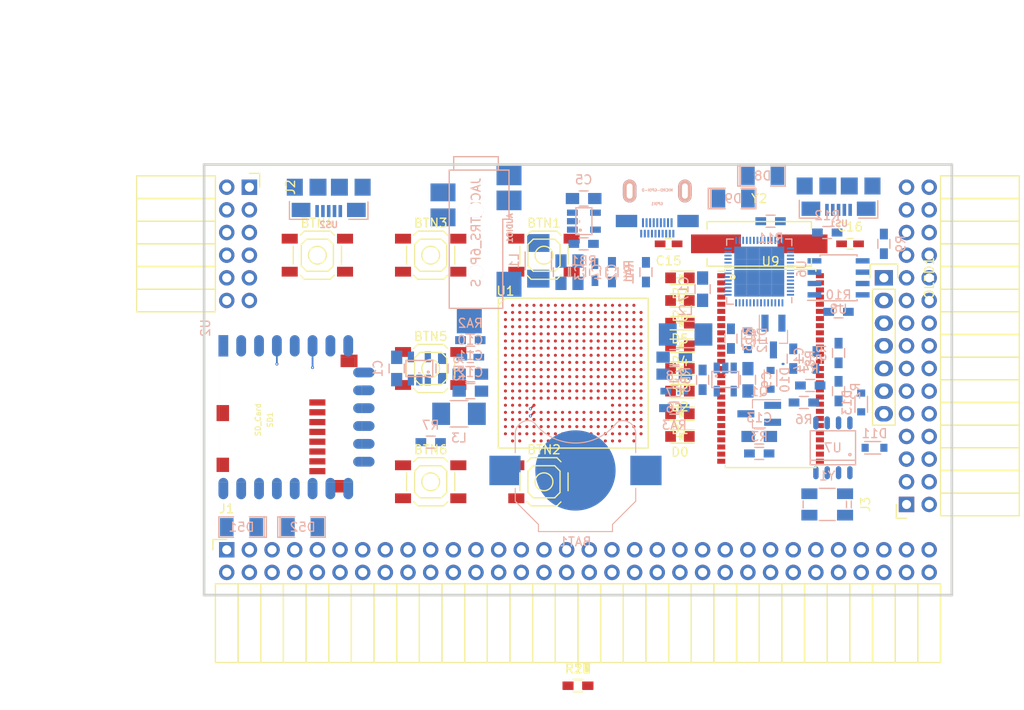
<source format=kicad_pcb>
(kicad_pcb (version 4) (host pcbnew 4.0.5+dfsg1-4)
  (layers (0 F.Cu signal) (1 In1.Cu signal) (2 In2.Cu signal) (31 B.Cu signal) (34 B.Paste user) (35 F.Paste user) (36 B.SilkS user) (37 F.SilkS user) (38 B.Mask user) (39 F.Mask user) (44 Edge.Cuts user))
  (net 0 "")
  (net 1 GND)
  (net 2 +5V)
  (net 3 /gpio/IN5V)
  (net 4 /gpio/OUT5V)
  (net 5 /gpio/P5)
  (net 6 /gpio/P6)
  (net 7 /gpio/P7)
  (net 8 /gpio/P8)
  (net 9 /gpio/P11)
  (net 10 /gpio/P12)
  (net 11 /gpio/P13)
  (net 12 /gpio/P14)
  (net 13 /gpio/P17)
  (net 14 /gpio/P18)
  (net 15 /gpio/P19)
  (net 16 /gpio/P20)
  (net 17 /gpio/P21)
  (net 18 /gpio/P22)
  (net 19 /gpio/P23)
  (net 20 /gpio/P24)
  (net 21 /gpio/P25)
  (net 22 /gpio/P26)
  (net 23 /gpio/P27)
  (net 24 /gpio/P28)
  (net 25 /gpio/P29)
  (net 26 /gpio/P30)
  (net 27 /gpio/P9)
  (net 28 /gpio/P10)
  (net 29 /gpio/P15)
  (net 30 /gpio/P16)
  (net 31 /gpio/P31)
  (net 32 /gpio/P32)
  (net 33 /gpio/P33)
  (net 34 /gpio/P34)
  (net 35 /gpio/P35)
  (net 36 /gpio/P36)
  (net 37 /gpio/P37)
  (net 38 /gpio/P38)
  (net 39 /gpio/P39)
  (net 40 /gpio/P40)
  (net 41 /gpio/P41)
  (net 42 /gpio/P42)
  (net 43 /gpio/P43)
  (net 44 /gpio/P44)
  (net 45 /gpio/P45)
  (net 46 /gpio/P46)
  (net 47 /gpio/P47)
  (net 48 /gpio/P48)
  (net 49 /gpio/P49)
  (net 50 /gpio/P50)
  (net 51 /gpio/P51)
  (net 52 /gpio/P52)
  (net 53 /gpio/P53)
  (net 54 /gpio/P54)
  (net 55 /gpio/P55)
  (net 56 /gpio/P56)
  (net 57 /gpio/P57)
  (net 58 /gpio/P58)
  (net 59 /gpio/P59)
  (net 60 /gpio/P60)
  (net 61 +3V3)
  (net 62 "Net-(L1-Pad1)")
  (net 63 "Net-(L2-Pad1)")
  (net 64 +1V2)
  (net 65 BTN_D)
  (net 66 BTN_F1)
  (net 67 BTN_F2)
  (net 68 BTN_L)
  (net 69 BTN_R)
  (net 70 BTN_U)
  (net 71 "Net-(BTN1-Pad1)")
  (net 72 /power/FB1)
  (net 73 +2V5)
  (net 74 "Net-(L3-Pad1)")
  (net 75 /power/PWREN)
  (net 76 /power/FB3)
  (net 77 /power/FB2)
  (net 78 /usb/USB5V)
  (net 79 "Net-(D9-Pad1)")
  (net 80 /power/VBAT)
  (net 81 SD_3)
  (net 82 SD_MTMS)
  (net 83 SD_MTCK)
  (net 84 SD_MTDO)
  (net 85 SD_MTDI)
  (net 86 JTAG_TDI)
  (net 87 JTAG_TCK)
  (net 88 JTAG_TMS)
  (net 89 JTAG_TDO)
  (net 90 /power/WAKEUPn)
  (net 91 /power/WKUP)
  (net 92 /power/SHUT)
  (net 93 /power/WAKE)
  (net 94 /power/HOLD)
  (net 95 /power/WKn)
  (net 96 /power/OSCI_32k)
  (net 97 /power/OSCO_32k)
  (net 98 /usb/OSCI_12M)
  (net 99 +1V8)
  (net 100 FTDI_nSUSPEND)
  (net 101 USB_FTDI_DM)
  (net 102 USB_FTDI_DP)
  (net 103 /usb/OSCO_12M)
  (net 104 "Net-(Q2-Pad3)")
  (net 105 /usb/EECLK)
  (net 106 /usb/EECS)
  (net 107 "Net-(R11-Pad2)")
  (net 108 /usb/EEDATA)
  (net 109 SHUTDOWN)
  (net 110 "Net-(AUDIO1-Pad1)")
  (net 111 "Net-(AUDIO1-Pad3)")
  (module Keystone_3000_1x12mm-CoinCell:Keystone_3000_1x12mm-CoinCell (layer B.Cu) (at 135.73 95.71)
    (fp_text reference BAT1 (at 0 8) (layer B.SilkS) (effects (justify mirror)))
    (fp_text value CR1225)
    (pad 1 smd rect (at -7.9 0) (size 3.5 3.3) (layers B.Cu B.Paste B.Mask) (net 80 /power/VBAT))
    (pad 1 smd rect (at 7.9 0) (size 3.5 3.3) (layers B.Cu B.Paste B.Mask) (net 80 /power/VBAT))
    (pad 2 smd circle (at 0 0) (size 9 9) (layers B.Cu B.Mask) (net 1 GND))
  )
  (module SMD_Packages:SMD-1206_Pol (layer B.Cu) (at 105.149 102.06)
    (fp_text reference D52 (at 0 0) (layer B.SilkS) (effects (justify mirror)))
    (fp_text value 2A)
    (pad 1 smd rect (at -1.651 0) (size 1.524 2.032) (layers B.Cu B.Paste B.Mask) (net 4 /gpio/OUT5V))
    (pad 2 smd rect (at 1.651 0) (size 1.524 2.032) (layers B.Cu B.Paste B.Mask))
  )
  (module SMD_Packages:SMD-1206_Pol (layer B.Cu) (at 98.291 102.06 180)
    (fp_text reference D51 (at 0 0 180) (layer B.SilkS) (effects (justify mirror)))
    (fp_text value 2A)
    (pad 1 smd rect (at -1.651 0 180) (size 1.524 2.032) (layers B.Cu B.Paste B.Mask) (net 2 +5V))
    (pad 2 smd rect (at 1.651 0 180) (size 1.524 2.032) (layers B.Cu B.Paste B.Mask) (net 3 /gpio/IN5V))
  )
  (module micro-sd:MicroSD_TF02D (layer F.Cu) (at 95.8 90.03 90)
    (fp_text reference SD1 (at 0 5.7 90) (layer F.SilkS) (effects (font (size 0.59944 0.59944) (thickness 0.12446))))
    (fp_text value SD_Card (at 0 4.35 90) (layer F.SilkS) (effects (font (size 0.59944 0.59944) (thickness 0.12446))))
    (pad 1 smd rect (at 1.94 11 90) (size 0.7 1.8) (layers F.Cu F.Paste F.Mask) (net 81 SD_3))
    (pad 2 smd rect (at 0.84 11 90) (size 0.7 1.8) (layers F.Cu F.Paste F.Mask) (net 82 SD_MTMS))
    (pad 3 smd rect (at -0.26 11 90) (size 0.7 1.8) (layers F.Cu F.Paste F.Mask) (net 1 GND))
    (pad 4 smd rect (at -1.36 11 90) (size 0.7 1.8) (layers F.Cu F.Paste F.Mask) (net 61 +3V3))
    (pad 5 smd rect (at -2.46 11 90) (size 0.7 1.8) (layers F.Cu F.Paste F.Mask) (net 83 SD_MTCK))
    (pad 6 smd rect (at -3.56 11 90) (size 0.7 1.8) (layers F.Cu F.Paste F.Mask) (net 1 GND))
    (pad 7 smd rect (at -4.66 11 90) (size 0.7 1.8) (layers F.Cu F.Paste F.Mask) (net 84 SD_MTDO))
    (pad 8 smd rect (at -5.76 11 90) (size 0.7 1.8) (layers F.Cu F.Paste F.Mask) (net 85 SD_MTDI))
    (pad S smd rect (at -5.05 0.4 90) (size 1.6 1.4) (layers F.Cu F.Paste F.Mask))
    (pad S smd rect (at 0.75 0.4 90) (size 1.8 1.4) (layers F.Cu F.Paste F.Mask))
    (pad G smd rect (at -7.45 13.55 90) (size 1.4 1.9) (layers F.Cu F.Paste F.Mask))
    (pad G smd rect (at 6.6 14.55 90) (size 1.4 1.9) (layers F.Cu F.Paste F.Mask))
  )
  (module micro-hdmi-d:MICRO-HDMI-D (layer B.Cu) (at 144.9 62.69)
    (fp_text reference GPDI1 (at -0.025 3.125) (layer B.SilkS) (effects (font (size 0.3 0.3) (thickness 0.075)) (justify mirror)))
    (fp_text value MICRO-GPDI-D (at 0 1.6) (layer B.SilkS) (effects (font (size 0.3 0.3) (thickness 0.075)) (justify mirror)))
    (pad 1 smd rect (at 1.8 6.475) (size 0.23 0.85) (layers B.Cu B.Paste B.Mask))
    (pad 3 smd rect (at 1.4 6.475) (size 0.23 0.85) (layers B.Cu B.Paste B.Mask))
    (pad 5 smd rect (at 1 6.475) (size 0.23 0.85) (layers B.Cu B.Paste B.Mask))
    (pad 7 smd rect (at 0.6 6.475) (size 0.23 0.85) (layers B.Cu B.Paste B.Mask) (net 1 GND))
    (pad 9 smd rect (at 0.2 6.475) (size 0.23 0.85) (layers B.Cu B.Paste B.Mask))
    (pad 11 smd rect (at -0.2 6.475) (size 0.23 0.85) (layers B.Cu B.Paste B.Mask))
    (pad 13 smd rect (at -0.6 6.475) (size 0.23 0.85) (layers B.Cu B.Paste B.Mask) (net 1 GND))
    (pad 15 smd rect (at -1 6.475) (size 0.23 0.85) (layers B.Cu B.Paste B.Mask))
    (pad 17 smd rect (at -1.4 6.475) (size 0.23 0.85) (layers B.Cu B.Paste B.Mask))
    (pad 19 smd rect (at -1.8 6.475) (size 0.23 0.85) (layers B.Cu B.Paste B.Mask) (net 2 +5V))
    (pad 2 smd rect (at 1.6 5.25) (size 0.23 1) (layers B.Cu B.Paste B.Mask))
    (pad 4 smd rect (at 1.2 5.25) (size 0.23 1) (layers B.Cu B.Paste B.Mask) (net 1 GND))
    (pad 6 smd rect (at 0.8 5.25) (size 0.23 1) (layers B.Cu B.Paste B.Mask))
    (pad 8 smd rect (at 0.4 5.25) (size 0.23 1) (layers B.Cu B.Paste B.Mask))
    (pad 10 smd rect (at 0 5.25) (size 0.23 1) (layers B.Cu B.Paste B.Mask) (net 1 GND))
    (pad 12 smd rect (at -0.4 5.25) (size 0.23 1) (layers B.Cu B.Paste B.Mask))
    (pad 14 smd rect (at -0.8 5.25) (size 0.23 1) (layers B.Cu B.Paste B.Mask))
    (pad 16 smd rect (at -1.2 5.25) (size 0.23 1) (layers B.Cu B.Paste B.Mask) (net 1 GND))
    (pad 18 smd rect (at -1.6 5.25) (size 0.23 1) (layers B.Cu B.Paste B.Mask))
    (pad SHD smd rect (at 3.45 5.06) (size 2.4 1.38) (layers B.Cu B.Paste B.Mask) (net 1 GND))
    (pad SHD smd rect (at -3.45 5.06) (size 2.4 1.38) (layers B.Cu B.Paste B.Mask) (net 1 GND))
    (pad "" thru_hole oval (at -3.1 1.7) (size 1.5 2.55) (drill oval 0.65 1.7) (layers *.Cu *.Mask B.SilkS))
    (pad "" thru_hole oval (at 3.1 1.7) (size 1.5 2.55) (drill oval 0.65 1.7) (layers *.Cu *.Mask B.SilkS))
  )
  (module Socket_Strips:Socket_Strip_Angled_2x32 (layer F.Cu) (at 96.64 104.6)
    (fp_text reference J1 (at 0 -4.6) (layer F.SilkS))
    (fp_text value CONN_02X32)
    (pad 1 thru_hole rect (at 0 0) (size 1.7272 1.7272) (drill 1.016) (layers *.Cu *.Mask) (net 3 /gpio/IN5V))
    (pad 2 thru_hole oval (at 0 2.54) (size 1.7272 1.7272) (drill 1.016) (layers *.Cu *.Mask) (net 4 /gpio/OUT5V))
    (pad 3 thru_hole oval (at 2.54 0) (size 1.7272 1.7272) (drill 1.016) (layers *.Cu *.Mask) (net 1 GND))
    (pad 4 thru_hole oval (at 2.54 2.54) (size 1.7272 1.7272) (drill 1.016) (layers *.Cu *.Mask) (net 1 GND))
    (pad 5 thru_hole oval (at 5.08 0) (size 1.7272 1.7272) (drill 1.016) (layers *.Cu *.Mask) (net 5 /gpio/P5))
    (pad 6 thru_hole oval (at 5.08 2.54) (size 1.7272 1.7272) (drill 1.016) (layers *.Cu *.Mask) (net 6 /gpio/P6))
    (pad 7 thru_hole oval (at 7.62 0) (size 1.7272 1.7272) (drill 1.016) (layers *.Cu *.Mask) (net 7 /gpio/P7))
    (pad 8 thru_hole oval (at 7.62 2.54) (size 1.7272 1.7272) (drill 1.016) (layers *.Cu *.Mask) (net 8 /gpio/P8))
    (pad 9 thru_hole oval (at 10.16 0) (size 1.7272 1.7272) (drill 1.016) (layers *.Cu *.Mask) (net 27 /gpio/P9))
    (pad 10 thru_hole oval (at 10.16 2.54) (size 1.7272 1.7272) (drill 1.016) (layers *.Cu *.Mask) (net 28 /gpio/P10))
    (pad 11 thru_hole oval (at 12.7 0) (size 1.7272 1.7272) (drill 1.016) (layers *.Cu *.Mask) (net 9 /gpio/P11))
    (pad 12 thru_hole oval (at 12.7 2.54) (size 1.7272 1.7272) (drill 1.016) (layers *.Cu *.Mask) (net 10 /gpio/P12))
    (pad 13 thru_hole oval (at 15.24 0) (size 1.7272 1.7272) (drill 1.016) (layers *.Cu *.Mask) (net 11 /gpio/P13))
    (pad 14 thru_hole oval (at 15.24 2.54) (size 1.7272 1.7272) (drill 1.016) (layers *.Cu *.Mask) (net 12 /gpio/P14))
    (pad 15 thru_hole oval (at 17.78 0) (size 1.7272 1.7272) (drill 1.016) (layers *.Cu *.Mask) (net 29 /gpio/P15))
    (pad 16 thru_hole oval (at 17.78 2.54) (size 1.7272 1.7272) (drill 1.016) (layers *.Cu *.Mask) (net 30 /gpio/P16))
    (pad 17 thru_hole oval (at 20.32 0) (size 1.7272 1.7272) (drill 1.016) (layers *.Cu *.Mask) (net 13 /gpio/P17))
    (pad 18 thru_hole oval (at 20.32 2.54) (size 1.7272 1.7272) (drill 1.016) (layers *.Cu *.Mask) (net 14 /gpio/P18))
    (pad 19 thru_hole oval (at 22.86 0) (size 1.7272 1.7272) (drill 1.016) (layers *.Cu *.Mask) (net 15 /gpio/P19))
    (pad 20 thru_hole oval (at 22.86 2.54) (size 1.7272 1.7272) (drill 1.016) (layers *.Cu *.Mask) (net 16 /gpio/P20))
    (pad 21 thru_hole oval (at 25.4 0) (size 1.7272 1.7272) (drill 1.016) (layers *.Cu *.Mask) (net 17 /gpio/P21))
    (pad 22 thru_hole oval (at 25.4 2.54) (size 1.7272 1.7272) (drill 1.016) (layers *.Cu *.Mask) (net 18 /gpio/P22))
    (pad 23 thru_hole oval (at 27.94 0) (size 1.7272 1.7272) (drill 1.016) (layers *.Cu *.Mask) (net 19 /gpio/P23))
    (pad 24 thru_hole oval (at 27.94 2.54) (size 1.7272 1.7272) (drill 1.016) (layers *.Cu *.Mask) (net 20 /gpio/P24))
    (pad 25 thru_hole oval (at 30.48 0) (size 1.7272 1.7272) (drill 1.016) (layers *.Cu *.Mask) (net 21 /gpio/P25))
    (pad 26 thru_hole oval (at 30.48 2.54) (size 1.7272 1.7272) (drill 1.016) (layers *.Cu *.Mask) (net 22 /gpio/P26))
    (pad 27 thru_hole oval (at 33.02 0) (size 1.7272 1.7272) (drill 1.016) (layers *.Cu *.Mask) (net 23 /gpio/P27))
    (pad 28 thru_hole oval (at 33.02 2.54) (size 1.7272 1.7272) (drill 1.016) (layers *.Cu *.Mask) (net 24 /gpio/P28))
    (pad 29 thru_hole oval (at 35.56 0) (size 1.7272 1.7272) (drill 1.016) (layers *.Cu *.Mask) (net 25 /gpio/P29))
    (pad 30 thru_hole oval (at 35.56 2.54) (size 1.7272 1.7272) (drill 1.016) (layers *.Cu *.Mask) (net 26 /gpio/P30))
    (pad 31 thru_hole oval (at 38.1 0) (size 1.7272 1.7272) (drill 1.016) (layers *.Cu *.Mask) (net 31 /gpio/P31))
    (pad 32 thru_hole oval (at 38.1 2.54) (size 1.7272 1.7272) (drill 1.016) (layers *.Cu *.Mask) (net 32 /gpio/P32))
    (pad 33 thru_hole oval (at 40.64 0) (size 1.7272 1.7272) (drill 1.016) (layers *.Cu *.Mask) (net 33 /gpio/P33))
    (pad 34 thru_hole oval (at 40.64 2.54) (size 1.7272 1.7272) (drill 1.016) (layers *.Cu *.Mask) (net 34 /gpio/P34))
    (pad 35 thru_hole oval (at 43.18 0) (size 1.7272 1.7272) (drill 1.016) (layers *.Cu *.Mask) (net 35 /gpio/P35))
    (pad 36 thru_hole oval (at 43.18 2.54) (size 1.7272 1.7272) (drill 1.016) (layers *.Cu *.Mask) (net 36 /gpio/P36))
    (pad 37 thru_hole oval (at 45.72 0) (size 1.7272 1.7272) (drill 1.016) (layers *.Cu *.Mask) (net 37 /gpio/P37))
    (pad 38 thru_hole oval (at 45.72 2.54) (size 1.7272 1.7272) (drill 1.016) (layers *.Cu *.Mask) (net 38 /gpio/P38))
    (pad 39 thru_hole oval (at 48.26 0) (size 1.7272 1.7272) (drill 1.016) (layers *.Cu *.Mask) (net 39 /gpio/P39))
    (pad 40 thru_hole oval (at 48.26 2.54) (size 1.7272 1.7272) (drill 1.016) (layers *.Cu *.Mask) (net 40 /gpio/P40))
    (pad 41 thru_hole oval (at 50.8 0) (size 1.7272 1.7272) (drill 1.016) (layers *.Cu *.Mask) (net 41 /gpio/P41))
    (pad 42 thru_hole oval (at 50.8 2.54) (size 1.7272 1.7272) (drill 1.016) (layers *.Cu *.Mask) (net 42 /gpio/P42))
    (pad 43 thru_hole oval (at 53.34 0) (size 1.7272 1.7272) (drill 1.016) (layers *.Cu *.Mask) (net 43 /gpio/P43))
    (pad 44 thru_hole oval (at 53.34 2.54) (size 1.7272 1.7272) (drill 1.016) (layers *.Cu *.Mask) (net 44 /gpio/P44))
    (pad 45 thru_hole oval (at 55.88 0) (size 1.7272 1.7272) (drill 1.016) (layers *.Cu *.Mask) (net 45 /gpio/P45))
    (pad 46 thru_hole oval (at 55.88 2.54) (size 1.7272 1.7272) (drill 1.016) (layers *.Cu *.Mask) (net 46 /gpio/P46))
    (pad 47 thru_hole oval (at 58.42 0) (size 1.7272 1.7272) (drill 1.016) (layers *.Cu *.Mask) (net 47 /gpio/P47))
    (pad 48 thru_hole oval (at 58.42 2.54) (size 1.7272 1.7272) (drill 1.016) (layers *.Cu *.Mask) (net 48 /gpio/P48))
    (pad 49 thru_hole oval (at 60.96 0) (size 1.7272 1.7272) (drill 1.016) (layers *.Cu *.Mask) (net 49 /gpio/P49))
    (pad 50 thru_hole oval (at 60.96 2.54) (size 1.7272 1.7272) (drill 1.016) (layers *.Cu *.Mask) (net 50 /gpio/P50))
    (pad 51 thru_hole oval (at 63.5 0) (size 1.7272 1.7272) (drill 1.016) (layers *.Cu *.Mask) (net 51 /gpio/P51))
    (pad 52 thru_hole oval (at 63.5 2.54) (size 1.7272 1.7272) (drill 1.016) (layers *.Cu *.Mask) (net 52 /gpio/P52))
    (pad 53 thru_hole oval (at 66.04 0) (size 1.7272 1.7272) (drill 1.016) (layers *.Cu *.Mask) (net 53 /gpio/P53))
    (pad 54 thru_hole oval (at 66.04 2.54) (size 1.7272 1.7272) (drill 1.016) (layers *.Cu *.Mask) (net 54 /gpio/P54))
    (pad 55 thru_hole oval (at 68.58 0) (size 1.7272 1.7272) (drill 1.016) (layers *.Cu *.Mask) (net 55 /gpio/P55))
    (pad 56 thru_hole oval (at 68.58 2.54) (size 1.7272 1.7272) (drill 1.016) (layers *.Cu *.Mask) (net 56 /gpio/P56))
    (pad 57 thru_hole oval (at 71.12 0) (size 1.7272 1.7272) (drill 1.016) (layers *.Cu *.Mask) (net 57 /gpio/P57))
    (pad 58 thru_hole oval (at 71.12 2.54) (size 1.7272 1.7272) (drill 1.016) (layers *.Cu *.Mask) (net 58 /gpio/P58))
    (pad 59 thru_hole oval (at 73.66 0) (size 1.7272 1.7272) (drill 1.016) (layers *.Cu *.Mask) (net 59 /gpio/P59))
    (pad 60 thru_hole oval (at 73.66 2.54) (size 1.7272 1.7272) (drill 1.016) (layers *.Cu *.Mask) (net 60 /gpio/P60))
    (pad 61 thru_hole oval (at 76.2 0) (size 1.7272 1.7272) (drill 1.016) (layers *.Cu *.Mask) (net 1 GND))
    (pad 62 thru_hole oval (at 76.2 2.54) (size 1.7272 1.7272) (drill 1.016) (layers *.Cu *.Mask) (net 1 GND))
    (pad 63 thru_hole oval (at 78.74 0) (size 1.7272 1.7272) (drill 1.016) (layers *.Cu *.Mask) (net 61 +3V3))
    (pad 64 thru_hole oval (at 78.74 2.54) (size 1.7272 1.7272) (drill 1.016) (layers *.Cu *.Mask) (net 61 +3V3))
  )
  (module Socket_Strips:Socket_Strip_Angled_2x15 (layer F.Cu) (at 172.84 99.52 90)
    (fp_text reference J3 (at 0 -4.6 90) (layer F.SilkS))
    (fp_text value CONN_02X15)
    (pad 1 thru_hole rect (at 0 0 90) (size 1.7272 1.7272) (drill 1.016) (layers *.Cu *.Mask) (net 61 +3V3))
    (pad 2 thru_hole oval (at 0 2.54 90) (size 1.7272 1.7272) (drill 1.016) (layers *.Cu *.Mask) (net 61 +3V3))
    (pad 3 thru_hole oval (at 2.54 0 90) (size 1.7272 1.7272) (drill 1.016) (layers *.Cu *.Mask) (net 1 GND))
    (pad 4 thru_hole oval (at 2.54 2.54 90) (size 1.7272 1.7272) (drill 1.016) (layers *.Cu *.Mask) (net 1 GND))
    (pad 5 thru_hole oval (at 5.08 0 90) (size 1.7272 1.7272) (drill 1.016) (layers *.Cu *.Mask))
    (pad 6 thru_hole oval (at 5.08 2.54 90) (size 1.7272 1.7272) (drill 1.016) (layers *.Cu *.Mask))
    (pad 7 thru_hole oval (at 7.62 0 90) (size 1.7272 1.7272) (drill 1.016) (layers *.Cu *.Mask))
    (pad 8 thru_hole oval (at 7.62 2.54 90) (size 1.7272 1.7272) (drill 1.016) (layers *.Cu *.Mask))
    (pad 9 thru_hole oval (at 10.16 0 90) (size 1.7272 1.7272) (drill 1.016) (layers *.Cu *.Mask))
    (pad 10 thru_hole oval (at 10.16 2.54 90) (size 1.7272 1.7272) (drill 1.016) (layers *.Cu *.Mask))
    (pad 11 thru_hole oval (at 12.7 0 90) (size 1.7272 1.7272) (drill 1.016) (layers *.Cu *.Mask))
    (pad 12 thru_hole oval (at 12.7 2.54 90) (size 1.7272 1.7272) (drill 1.016) (layers *.Cu *.Mask))
    (pad 13 thru_hole oval (at 15.24 0 90) (size 1.7272 1.7272) (drill 1.016) (layers *.Cu *.Mask))
    (pad 14 thru_hole oval (at 15.24 2.54 90) (size 1.7272 1.7272) (drill 1.016) (layers *.Cu *.Mask))
    (pad 15 thru_hole oval (at 17.78 0 90) (size 1.7272 1.7272) (drill 1.016) (layers *.Cu *.Mask))
    (pad 16 thru_hole oval (at 17.78 2.54 90) (size 1.7272 1.7272) (drill 1.016) (layers *.Cu *.Mask))
    (pad 17 thru_hole oval (at 20.32 0 90) (size 1.7272 1.7272) (drill 1.016) (layers *.Cu *.Mask))
    (pad 18 thru_hole oval (at 20.32 2.54 90) (size 1.7272 1.7272) (drill 1.016) (layers *.Cu *.Mask))
    (pad 19 thru_hole oval (at 22.86 0 90) (size 1.7272 1.7272) (drill 1.016) (layers *.Cu *.Mask) (net 61 +3V3))
    (pad 20 thru_hole oval (at 22.86 2.54 90) (size 1.7272 1.7272) (drill 1.016) (layers *.Cu *.Mask) (net 61 +3V3))
    (pad 21 thru_hole oval (at 25.4 0 90) (size 1.7272 1.7272) (drill 1.016) (layers *.Cu *.Mask) (net 1 GND))
    (pad 22 thru_hole oval (at 25.4 2.54 90) (size 1.7272 1.7272) (drill 1.016) (layers *.Cu *.Mask) (net 1 GND))
    (pad 23 thru_hole oval (at 27.94 0 90) (size 1.7272 1.7272) (drill 1.016) (layers *.Cu *.Mask))
    (pad 24 thru_hole oval (at 27.94 2.54 90) (size 1.7272 1.7272) (drill 1.016) (layers *.Cu *.Mask))
    (pad 25 thru_hole oval (at 30.48 0 90) (size 1.7272 1.7272) (drill 1.016) (layers *.Cu *.Mask))
    (pad 26 thru_hole oval (at 30.48 2.54 90) (size 1.7272 1.7272) (drill 1.016) (layers *.Cu *.Mask))
    (pad 27 thru_hole oval (at 33.02 0 90) (size 1.7272 1.7272) (drill 1.016) (layers *.Cu *.Mask))
    (pad 28 thru_hole oval (at 33.02 2.54 90) (size 1.7272 1.7272) (drill 1.016) (layers *.Cu *.Mask))
    (pad 29 thru_hole oval (at 35.56 0 90) (size 1.7272 1.7272) (drill 1.016) (layers *.Cu *.Mask))
    (pad 30 thru_hole oval (at 35.56 2.54 90) (size 1.7272 1.7272) (drill 1.016) (layers *.Cu *.Mask))
  )
  (module Socket_Strips:Socket_Strip_Angled_2x06 (layer F.Cu) (at 99.18 63.96 270)
    (fp_text reference J2 (at 0 -4.6 270) (layer F.SilkS))
    (fp_text value CONN_02X06)
    (pad 1 thru_hole rect (at 0 0 270) (size 1.7272 1.7272) (drill 1.016) (layers *.Cu *.Mask) (net 61 +3V3))
    (pad 2 thru_hole oval (at 0 2.54 270) (size 1.7272 1.7272) (drill 1.016) (layers *.Cu *.Mask) (net 61 +3V3))
    (pad 3 thru_hole oval (at 2.54 0 270) (size 1.7272 1.7272) (drill 1.016) (layers *.Cu *.Mask) (net 1 GND))
    (pad 4 thru_hole oval (at 2.54 2.54 270) (size 1.7272 1.7272) (drill 1.016) (layers *.Cu *.Mask) (net 1 GND))
    (pad 5 thru_hole oval (at 5.08 0 270) (size 1.7272 1.7272) (drill 1.016) (layers *.Cu *.Mask))
    (pad 6 thru_hole oval (at 5.08 2.54 270) (size 1.7272 1.7272) (drill 1.016) (layers *.Cu *.Mask))
    (pad 7 thru_hole oval (at 7.62 0 270) (size 1.7272 1.7272) (drill 1.016) (layers *.Cu *.Mask))
    (pad 8 thru_hole oval (at 7.62 2.54 270) (size 1.7272 1.7272) (drill 1.016) (layers *.Cu *.Mask))
    (pad 9 thru_hole oval (at 10.16 0 270) (size 1.7272 1.7272) (drill 1.016) (layers *.Cu *.Mask))
    (pad 10 thru_hole oval (at 10.16 2.54 270) (size 1.7272 1.7272) (drill 1.016) (layers *.Cu *.Mask))
    (pad 11 thru_hole oval (at 12.7 0 270) (size 1.7272 1.7272) (drill 1.016) (layers *.Cu *.Mask))
    (pad 12 thru_hole oval (at 12.7 2.54 270) (size 1.7272 1.7272) (drill 1.016) (layers *.Cu *.Mask))
  )
  (module Resistors_SMD:R_1210_HandSoldering (layer B.Cu) (at 131.565 72.215 270)
    (fp_text reference L1 (at 0 2.7 270) (layer B.SilkS) (effects (justify mirror)))
    (fp_text value 2.2uH)
    (pad 1 smd rect (at -2 0 270) (size 2 2.5) (layers B.Cu B.Paste B.Mask) (net 62 "Net-(L1-Pad1)"))
    (pad 2 smd rect (at 2 0 270) (size 2 2.5) (layers B.Cu B.Paste B.Mask) (net 64 +1V2))
  )
  (module TSOT-25:TSOT-25 (layer B.Cu) (at 136.675 67.77 90)
    (fp_text reference U3 (at 0 -0.5 90) (layer B.SilkS) (effects (font (size 0.15 0.15) (thickness 0.0375)) (justify mirror)))
    (fp_text value AP3429A)
    (pad 1 smd rect (at -0.95 -1.3 90) (size 0.7 1.2) (layers B.Cu B.Paste B.Mask) (net 75 /power/PWREN))
    (pad 2 smd rect (at 0 -1.3 90) (size 0.7 1.2) (layers B.Cu B.Paste B.Mask) (net 1 GND))
    (pad 3 smd rect (at 0.95 -1.3 90) (size 0.7 1.2) (layers B.Cu B.Paste B.Mask) (net 62 "Net-(L1-Pad1)"))
    (pad 4 smd rect (at 0.95 1.3 90) (size 0.7 1.2) (layers B.Cu B.Paste B.Mask) (net 2 +5V))
    (pad 5 smd rect (at -0.95 1.3 90) (size 0.7 1.2) (layers B.Cu B.Paste B.Mask) (net 72 /power/FB1))
  )
  (module Resistors_SMD:R_1210_HandSoldering (layer B.Cu) (at 148.075 80.47 180)
    (fp_text reference L2 (at 0 2.7 180) (layer B.SilkS) (effects (justify mirror)))
    (fp_text value 2.2uH)
    (pad 1 smd rect (at -2 0 180) (size 2 2.5) (layers B.Cu B.Paste B.Mask) (net 63 "Net-(L2-Pad1)"))
    (pad 2 smd rect (at 2 0 180) (size 2 2.5) (layers B.Cu B.Paste B.Mask) (net 61 +3V3))
  )
  (module TSOT-25:TSOT-25 (layer B.Cu) (at 152.52 85.52)
    (fp_text reference U4 (at 0 -0.5) (layer B.SilkS) (effects (font (size 0.15 0.15) (thickness 0.0375)) (justify mirror)))
    (fp_text value AP3429A)
    (pad 1 smd rect (at -0.95 -1.3) (size 0.7 1.2) (layers B.Cu B.Paste B.Mask) (net 75 /power/PWREN))
    (pad 2 smd rect (at 0 -1.3) (size 0.7 1.2) (layers B.Cu B.Paste B.Mask) (net 1 GND))
    (pad 3 smd rect (at 0.95 -1.3) (size 0.7 1.2) (layers B.Cu B.Paste B.Mask) (net 63 "Net-(L2-Pad1)"))
    (pad 4 smd rect (at 0.95 1.3) (size 0.7 1.2) (layers B.Cu B.Paste B.Mask) (net 2 +5V))
    (pad 5 smd rect (at -0.95 1.3) (size 0.7 1.2) (layers B.Cu B.Paste B.Mask) (net 76 /power/FB3))
  )
  (module Buttons_Switches_SMD:SW_SPST_SKQG (layer F.Cu) (at 132.2 71.58)
    (fp_text reference BTN1 (at 0 -3.6) (layer F.SilkS))
    (fp_text value FIRE1)
    (pad 1 smd rect (at -3.1 -1.85) (size 1.8 1.1) (layers F.Cu F.Paste F.Mask) (net 71 "Net-(BTN1-Pad1)"))
    (pad 1 smd rect (at 3.1 -1.85) (size 1.8 1.1) (layers F.Cu F.Paste F.Mask) (net 71 "Net-(BTN1-Pad1)"))
    (pad 2 smd rect (at -3.1 1.85) (size 1.8 1.1) (layers F.Cu F.Paste F.Mask) (net 66 BTN_F1))
    (pad 2 smd rect (at 3.1 1.85) (size 1.8 1.1) (layers F.Cu F.Paste F.Mask) (net 66 BTN_F1))
  )
  (module Buttons_Switches_SMD:SW_SPST_SKQG (layer F.Cu) (at 132.2 96.98)
    (fp_text reference BTN2 (at 0 -3.6) (layer F.SilkS))
    (fp_text value FIRE2)
    (pad 1 smd rect (at -3.1 -1.85) (size 1.8 1.1) (layers F.Cu F.Paste F.Mask) (net 71 "Net-(BTN1-Pad1)"))
    (pad 1 smd rect (at 3.1 -1.85) (size 1.8 1.1) (layers F.Cu F.Paste F.Mask) (net 71 "Net-(BTN1-Pad1)"))
    (pad 2 smd rect (at -3.1 1.85) (size 1.8 1.1) (layers F.Cu F.Paste F.Mask) (net 67 BTN_F2))
    (pad 2 smd rect (at 3.1 1.85) (size 1.8 1.1) (layers F.Cu F.Paste F.Mask) (net 67 BTN_F2))
  )
  (module Buttons_Switches_SMD:SW_SPST_SKQG (layer F.Cu) (at 119.5 71.58)
    (fp_text reference BTN3 (at 0 -3.6) (layer F.SilkS))
    (fp_text value UP)
    (pad 1 smd rect (at -3.1 -1.85) (size 1.8 1.1) (layers F.Cu F.Paste F.Mask) (net 71 "Net-(BTN1-Pad1)"))
    (pad 1 smd rect (at 3.1 -1.85) (size 1.8 1.1) (layers F.Cu F.Paste F.Mask) (net 71 "Net-(BTN1-Pad1)"))
    (pad 2 smd rect (at -3.1 1.85) (size 1.8 1.1) (layers F.Cu F.Paste F.Mask) (net 70 BTN_U))
    (pad 2 smd rect (at 3.1 1.85) (size 1.8 1.1) (layers F.Cu F.Paste F.Mask) (net 70 BTN_U))
  )
  (module Buttons_Switches_SMD:SW_SPST_SKQG (layer F.Cu) (at 106.8 71.58)
    (fp_text reference BTN4 (at 0 -3.6) (layer F.SilkS))
    (fp_text value DOWN)
    (pad 1 smd rect (at -3.1 -1.85) (size 1.8 1.1) (layers F.Cu F.Paste F.Mask) (net 71 "Net-(BTN1-Pad1)"))
    (pad 1 smd rect (at 3.1 -1.85) (size 1.8 1.1) (layers F.Cu F.Paste F.Mask) (net 71 "Net-(BTN1-Pad1)"))
    (pad 2 smd rect (at -3.1 1.85) (size 1.8 1.1) (layers F.Cu F.Paste F.Mask) (net 65 BTN_D))
    (pad 2 smd rect (at 3.1 1.85) (size 1.8 1.1) (layers F.Cu F.Paste F.Mask) (net 65 BTN_D))
  )
  (module Buttons_Switches_SMD:SW_SPST_SKQG (layer F.Cu) (at 119.5 84.28)
    (fp_text reference BTN5 (at 0 -3.6) (layer F.SilkS))
    (fp_text value LEFT)
    (pad 1 smd rect (at -3.1 -1.85) (size 1.8 1.1) (layers F.Cu F.Paste F.Mask) (net 71 "Net-(BTN1-Pad1)"))
    (pad 1 smd rect (at 3.1 -1.85) (size 1.8 1.1) (layers F.Cu F.Paste F.Mask) (net 71 "Net-(BTN1-Pad1)"))
    (pad 2 smd rect (at -3.1 1.85) (size 1.8 1.1) (layers F.Cu F.Paste F.Mask) (net 68 BTN_L))
    (pad 2 smd rect (at 3.1 1.85) (size 1.8 1.1) (layers F.Cu F.Paste F.Mask) (net 68 BTN_L))
  )
  (module Buttons_Switches_SMD:SW_SPST_SKQG (layer F.Cu) (at 119.5 96.98)
    (fp_text reference BTN6 (at 0 -3.6) (layer F.SilkS))
    (fp_text value RIGHT)
    (pad 1 smd rect (at -3.1 -1.85) (size 1.8 1.1) (layers F.Cu F.Paste F.Mask) (net 71 "Net-(BTN1-Pad1)"))
    (pad 1 smd rect (at 3.1 -1.85) (size 1.8 1.1) (layers F.Cu F.Paste F.Mask) (net 71 "Net-(BTN1-Pad1)"))
    (pad 2 smd rect (at -3.1 1.85) (size 1.8 1.1) (layers F.Cu F.Paste F.Mask) (net 69 BTN_R))
    (pad 2 smd rect (at 3.1 1.85) (size 1.8 1.1) (layers F.Cu F.Paste F.Mask) (net 69 BTN_R))
  )
  (module LEDs:LED_0805 (layer F.Cu) (at 147.44 91.9 180)
    (fp_text reference D0 (at 0 -1.75 180) (layer F.SilkS))
    (fp_text value LED)
    (pad 2 smd rect (at 1.04902 0) (size 1.19888 1.19888) (layers F.Cu F.Paste F.Mask))
    (pad 1 smd rect (at -1.04902 0) (size 1.19888 1.19888) (layers F.Cu F.Paste F.Mask) (net 1 GND))
  )
  (module LEDs:LED_0805 (layer F.Cu) (at 147.44 89.36 180)
    (fp_text reference D1 (at 0 -1.75 180) (layer F.SilkS))
    (fp_text value LED)
    (pad 2 smd rect (at 1.04902 0) (size 1.19888 1.19888) (layers F.Cu F.Paste F.Mask))
    (pad 1 smd rect (at -1.04902 0) (size 1.19888 1.19888) (layers F.Cu F.Paste F.Mask) (net 1 GND))
  )
  (module LEDs:LED_0805 (layer F.Cu) (at 147.44 86.82 180)
    (fp_text reference D2 (at 0 -1.75 180) (layer F.SilkS))
    (fp_text value LED)
    (pad 2 smd rect (at 1.04902 0) (size 1.19888 1.19888) (layers F.Cu F.Paste F.Mask))
    (pad 1 smd rect (at -1.04902 0) (size 1.19888 1.19888) (layers F.Cu F.Paste F.Mask) (net 1 GND))
  )
  (module LEDs:LED_0805 (layer F.Cu) (at 147.44 84.28 180)
    (fp_text reference D3 (at 0 -1.75 180) (layer F.SilkS))
    (fp_text value LED)
    (pad 2 smd rect (at 1.04902 0) (size 1.19888 1.19888) (layers F.Cu F.Paste F.Mask))
    (pad 1 smd rect (at -1.04902 0) (size 1.19888 1.19888) (layers F.Cu F.Paste F.Mask) (net 1 GND))
  )
  (module LEDs:LED_0805 (layer F.Cu) (at 147.44 81.74 180)
    (fp_text reference D4 (at 0 -1.75 180) (layer F.SilkS))
    (fp_text value LED)
    (pad 2 smd rect (at 1.04902 0) (size 1.19888 1.19888) (layers F.Cu F.Paste F.Mask))
    (pad 1 smd rect (at -1.04902 0) (size 1.19888 1.19888) (layers F.Cu F.Paste F.Mask) (net 1 GND))
  )
  (module LEDs:LED_0805 (layer F.Cu) (at 147.44 79.2 180)
    (fp_text reference D5 (at 0 -1.75 180) (layer F.SilkS))
    (fp_text value LED)
    (pad 2 smd rect (at 1.04902 0) (size 1.19888 1.19888) (layers F.Cu F.Paste F.Mask))
    (pad 1 smd rect (at -1.04902 0) (size 1.19888 1.19888) (layers F.Cu F.Paste F.Mask) (net 1 GND))
  )
  (module LEDs:LED_0805 (layer F.Cu) (at 147.44 76.66 180)
    (fp_text reference D6 (at 0 -1.75 180) (layer F.SilkS))
    (fp_text value LED)
    (pad 2 smd rect (at 1.04902 0) (size 1.19888 1.19888) (layers F.Cu F.Paste F.Mask))
    (pad 1 smd rect (at -1.04902 0) (size 1.19888 1.19888) (layers F.Cu F.Paste F.Mask) (net 1 GND))
  )
  (module LEDs:LED_0805 (layer F.Cu) (at 147.44 74.12 180)
    (fp_text reference D7 (at 0 -1.75 180) (layer F.SilkS))
    (fp_text value LED)
    (pad 2 smd rect (at 1.04902 0) (size 1.19888 1.19888) (layers F.Cu F.Paste F.Mask))
    (pad 1 smd rect (at -1.04902 0) (size 1.19888 1.19888) (layers F.Cu F.Paste F.Mask) (net 1 GND))
  )
  (module Socket_Strips:Socket_Strip_Straight_1x07 (layer F.Cu) (at 170.3 74.12 270)
    (fp_text reference OLED1 (at 0 -5.1 270) (layer F.SilkS))
    (fp_text value CONN_01X07)
    (pad 1 thru_hole rect (at 0 0 270) (size 1.7272 2.032) (drill 1.016) (layers *.Cu *.Mask) (net 1 GND))
    (pad 2 thru_hole oval (at 2.54 0 270) (size 1.7272 2.032) (drill 1.016) (layers *.Cu *.Mask) (net 61 +3V3))
    (pad 3 thru_hole oval (at 5.08 0 270) (size 1.7272 2.032) (drill 1.016) (layers *.Cu *.Mask))
    (pad 4 thru_hole oval (at 7.62 0 270) (size 1.7272 2.032) (drill 1.016) (layers *.Cu *.Mask))
    (pad 5 thru_hole oval (at 10.16 0 270) (size 1.7272 2.032) (drill 1.016) (layers *.Cu *.Mask))
    (pad 6 thru_hole oval (at 12.7 0 270) (size 1.7272 2.032) (drill 1.016) (layers *.Cu *.Mask))
    (pad 7 thru_hole oval (at 15.24 0 270) (size 1.7272 2.032) (drill 1.016) (layers *.Cu *.Mask))
  )
  (module Resistors_SMD:R_1210_HandSoldering (layer B.Cu) (at 122.675 89.36)
    (fp_text reference L3 (at 0 2.7) (layer B.SilkS) (effects (justify mirror)))
    (fp_text value 2.2uH)
    (pad 1 smd rect (at -2 0) (size 2 2.5) (layers B.Cu B.Paste B.Mask) (net 74 "Net-(L3-Pad1)"))
    (pad 2 smd rect (at 2 0) (size 2 2.5) (layers B.Cu B.Paste B.Mask) (net 73 +2V5))
  )
  (module TSOT-25:TSOT-25 (layer B.Cu) (at 118.23 84.28 180)
    (fp_text reference U5 (at 0 -0.5 180) (layer B.SilkS) (effects (font (size 0.15 0.15) (thickness 0.0375)) (justify mirror)))
    (fp_text value AP3429A)
    (pad 1 smd rect (at -0.95 -1.3 180) (size 0.7 1.2) (layers B.Cu B.Paste B.Mask) (net 75 /power/PWREN))
    (pad 2 smd rect (at 0 -1.3 180) (size 0.7 1.2) (layers B.Cu B.Paste B.Mask) (net 1 GND))
    (pad 3 smd rect (at 0.95 -1.3 180) (size 0.7 1.2) (layers B.Cu B.Paste B.Mask) (net 74 "Net-(L3-Pad1)"))
    (pad 4 smd rect (at 0.95 1.3 180) (size 0.7 1.2) (layers B.Cu B.Paste B.Mask) (net 2 +5V))
    (pad 5 smd rect (at -0.95 1.3 180) (size 0.7 1.2) (layers B.Cu B.Paste B.Mask) (net 77 /power/FB2))
  )
  (module Capacitors_SMD:C_0805_HandSoldering (layer B.Cu) (at 115.69 84.28 270)
    (fp_text reference C1 (at 0 2.1 270) (layer B.SilkS) (effects (justify mirror)))
    (fp_text value 22uF)
    (pad 1 smd rect (at -1.25 0 270) (size 1.5 1.25) (layers B.Cu B.Paste B.Mask) (net 2 +5V))
    (pad 2 smd rect (at 1.25 0 270) (size 1.5 1.25) (layers B.Cu B.Paste B.Mask) (net 1 GND))
  )
  (module Capacitors_SMD:C_0805_HandSoldering (layer B.Cu) (at 134.105 73.485 90)
    (fp_text reference C3 (at 0 2.1 90) (layer B.SilkS) (effects (justify mirror)))
    (fp_text value 22uF)
    (pad 1 smd rect (at -1.25 0 90) (size 1.5 1.25) (layers B.Cu B.Paste B.Mask) (net 64 +1V2))
    (pad 2 smd rect (at 1.25 0 90) (size 1.5 1.25) (layers B.Cu B.Paste B.Mask) (net 1 GND))
  )
  (module Capacitors_SMD:C_0805_HandSoldering (layer B.Cu) (at 136.01 73.485 90)
    (fp_text reference C4 (at 0 2.1 90) (layer B.SilkS) (effects (justify mirror)))
    (fp_text value 22uF)
    (pad 1 smd rect (at -1.25 0 90) (size 1.5 1.25) (layers B.Cu B.Paste B.Mask) (net 64 +1V2))
    (pad 2 smd rect (at 1.25 0 90) (size 1.5 1.25) (layers B.Cu B.Paste B.Mask) (net 1 GND))
  )
  (module Capacitors_SMD:C_0805_HandSoldering (layer B.Cu) (at 136.645 65.23 180)
    (fp_text reference C5 (at 0 2.1 180) (layer B.SilkS) (effects (justify mirror)))
    (fp_text value 22uF)
    (pad 1 smd rect (at -1.25 0 180) (size 1.5 1.25) (layers B.Cu B.Paste B.Mask) (net 2 +5V))
    (pad 2 smd rect (at 1.25 0 180) (size 1.5 1.25) (layers B.Cu B.Paste B.Mask) (net 1 GND))
  )
  (module Capacitors_SMD:C_0805_HandSoldering (layer B.Cu) (at 146.805 84.915)
    (fp_text reference C7 (at 0 2.1) (layer B.SilkS) (effects (justify mirror)))
    (fp_text value 22uF)
    (pad 1 smd rect (at -1.25 0) (size 1.5 1.25) (layers B.Cu B.Paste B.Mask) (net 61 +3V3))
    (pad 2 smd rect (at 1.25 0) (size 1.5 1.25) (layers B.Cu B.Paste B.Mask) (net 1 GND))
  )
  (module Capacitors_SMD:C_0805_HandSoldering (layer B.Cu) (at 146.805 83.01)
    (fp_text reference C8 (at 0 2.1) (layer B.SilkS) (effects (justify mirror)))
    (fp_text value 22uF)
    (pad 1 smd rect (at -1.25 0) (size 1.5 1.25) (layers B.Cu B.Paste B.Mask) (net 61 +3V3))
    (pad 2 smd rect (at 1.25 0) (size 1.5 1.25) (layers B.Cu B.Paste B.Mask) (net 1 GND))
  )
  (module Capacitors_SMD:C_0805_HandSoldering (layer B.Cu) (at 155.06 85.55 90)
    (fp_text reference C9 (at 0 2.1 90) (layer B.SilkS) (effects (justify mirror)))
    (fp_text value 22uF)
    (pad 1 smd rect (at -1.25 0 90) (size 1.5 1.25) (layers B.Cu B.Paste B.Mask) (net 2 +5V))
    (pad 2 smd rect (at 1.25 0 90) (size 1.5 1.25) (layers B.Cu B.Paste B.Mask) (net 1 GND))
  )
  (module Capacitors_SMD:C_0805_HandSoldering (layer B.Cu) (at 123.945 84.915 180)
    (fp_text reference C11 (at 0 2.1 180) (layer B.SilkS) (effects (justify mirror)))
    (fp_text value 22uF)
    (pad 1 smd rect (at -1.25 0 180) (size 1.5 1.25) (layers B.Cu B.Paste B.Mask) (net 73 +2V5))
    (pad 2 smd rect (at 1.25 0 180) (size 1.5 1.25) (layers B.Cu B.Paste B.Mask) (net 1 GND))
  )
  (module Capacitors_SMD:C_0805_HandSoldering (layer B.Cu) (at 123.945 86.82 180)
    (fp_text reference C12 (at 0 2.1 180) (layer B.SilkS) (effects (justify mirror)))
    (fp_text value 22uF)
    (pad 1 smd rect (at -1.25 0 180) (size 1.5 1.25) (layers B.Cu B.Paste B.Mask) (net 73 +2V5))
    (pad 2 smd rect (at 1.25 0 180) (size 1.5 1.25) (layers B.Cu B.Paste B.Mask) (net 1 GND))
  )
  (module SMD_Packages:SMD-1206_Pol (layer B.Cu) (at 156.711 62.69)
    (fp_text reference D8 (at 0 0) (layer B.SilkS) (effects (justify mirror)))
    (fp_text value 2A)
    (pad 1 smd rect (at -1.651 0) (size 1.524 2.032) (layers B.Cu B.Paste B.Mask) (net 2 +5V))
    (pad 2 smd rect (at 1.651 0) (size 1.524 2.032) (layers B.Cu B.Paste B.Mask) (net 78 /usb/USB5V))
  )
  (module SMD_Packages:SMD-1206_Pol (layer B.Cu) (at 153.409 65.23)
    (fp_text reference D9 (at 0 0) (layer B.SilkS) (effects (justify mirror)))
    (fp_text value 2A)
    (pad 1 smd rect (at -1.651 0) (size 1.524 2.032) (layers B.Cu B.Paste B.Mask) (net 79 "Net-(D9-Pad1)"))
    (pad 2 smd rect (at 1.651 0) (size 1.524 2.032) (layers B.Cu B.Paste B.Mask) (net 2 +5V))
  )
  (module Power_Integrations:SO-8 (layer B.Cu) (at 164.585 93.17 180)
    (fp_text reference U7 (at 0 0 180) (layer B.SilkS) (effects (justify mirror)))
    (fp_text value PCF8523)
    (pad 1 smd oval (at -1.905 -2.794 180) (size 0.6096 1.4732) (layers B.Cu B.Paste B.Mask) (net 96 /power/OSCI_32k))
    (pad 2 smd oval (at -0.635 -2.794 180) (size 0.6096 1.4732) (layers B.Cu B.Paste B.Mask) (net 97 /power/OSCO_32k))
    (pad 3 smd oval (at 0.635 -2.794 180) (size 0.6096 1.4732) (layers B.Cu B.Paste B.Mask) (net 80 /power/VBAT))
    (pad 4 smd oval (at 1.905 -2.794 180) (size 0.6096 1.4732) (layers B.Cu B.Paste B.Mask) (net 1 GND))
    (pad 5 smd oval (at 1.905 2.794 180) (size 0.6096 1.4732) (layers B.Cu B.Paste B.Mask))
    (pad 6 smd oval (at 0.635 2.794 180) (size 0.6096 1.4732) (layers B.Cu B.Paste B.Mask))
    (pad 7 smd oval (at -0.635 2.794 180) (size 0.6096 1.4732) (layers B.Cu B.Paste B.Mask) (net 90 /power/WAKEUPn))
    (pad 8 smd oval (at -1.905 2.794 180) (size 0.6096 1.4732) (layers B.Cu B.Paste B.Mask) (net 73 +2V5))
  )
  (module ESP8266:ESP-12E (layer B.Cu) (at 96.26 81.74 270)
    (fp_text reference U2 (at -2 2 270) (layer B.SilkS) (effects (justify mirror)))
    (fp_text value ESP-12E)
    (pad 9 smd oval (at 2.99 -15.75 180) (size 2.4 1.1) (layers B.Cu B.Paste B.Mask) (net 84 SD_MTDO))
    (pad 10 smd oval (at 4.99 -15.75 180) (size 2.4 1.1) (layers B.Cu B.Paste B.Mask) (net 85 SD_MTDI))
    (pad 11 smd oval (at 6.99 -15.75 180) (size 2.4 1.1) (layers B.Cu B.Paste B.Mask) (net 81 SD_3))
    (pad 12 smd oval (at 8.99 -15.75 180) (size 2.4 1.1) (layers B.Cu B.Paste B.Mask) (net 82 SD_MTMS))
    (pad 13 smd oval (at 10.99 -15.75 180) (size 2.4 1.1) (layers B.Cu B.Paste B.Mask) (net 83 SD_MTCK))
    (pad 14 smd oval (at 12.99 -15.75 180) (size 2.4 1.1) (layers B.Cu B.Paste B.Mask))
    (pad 1 smd rect (at 0 0 270) (size 2.4 1.1) (layers B.Cu B.Paste B.Mask))
    (pad 2 smd oval (at 0 -2 270) (size 2.4 1.1) (layers B.Cu B.Paste B.Mask))
    (pad 3 smd oval (at 0 -4 270) (size 2.4 1.1) (layers B.Cu B.Paste B.Mask))
    (pad 4 smd oval (at 0 -6 270) (size 2.4 1.1) (layers B.Cu B.Paste B.Mask) (net 86 JTAG_TDI))
    (pad 5 smd oval (at 0 -8 270) (size 2.4 1.1) (layers B.Cu B.Paste B.Mask) (net 89 JTAG_TDO))
    (pad 6 smd oval (at 0 -10 270) (size 2.4 1.1) (layers B.Cu B.Paste B.Mask) (net 87 JTAG_TCK))
    (pad 7 smd oval (at 0 -12 270) (size 2.4 1.1) (layers B.Cu B.Paste B.Mask) (net 88 JTAG_TMS))
    (pad 8 smd oval (at 0 -14 270) (size 2.4 1.1) (layers B.Cu B.Paste B.Mask) (net 61 +3V3))
    (pad 15 smd oval (at 16 -14 270) (size 2.4 1.1) (layers B.Cu B.Paste B.Mask) (net 1 GND))
    (pad 16 smd oval (at 16 -12 270) (size 2.4 1.1) (layers B.Cu B.Paste B.Mask))
    (pad 17 smd oval (at 16 -10 270) (size 2.4 1.1) (layers B.Cu B.Paste B.Mask))
    (pad 18 smd oval (at 16 -8 270) (size 2.4 1.1) (layers B.Cu B.Paste B.Mask))
    (pad 19 smd oval (at 16 -6 270) (size 2.4 1.1) (layers B.Cu B.Paste B.Mask))
    (pad 20 smd oval (at 16 -4 270) (size 2.4 1.1) (layers B.Cu B.Paste B.Mask))
    (pad 21 smd oval (at 16 -2 270) (size 2.4 1.1) (layers B.Cu B.Paste B.Mask))
    (pad 22 smd oval (at 16 0 270) (size 2.4 1.1) (layers B.Cu B.Paste B.Mask))
  )
  (module Capacitors_SMD:C_0805_HandSoldering (layer B.Cu) (at 156.33 91.9 180)
    (fp_text reference C13 (at 0 2.1 180) (layer B.SilkS) (effects (justify mirror)))
    (fp_text value 2.2uF)
    (pad 1 smd rect (at -1.25 0 180) (size 1.5 1.25) (layers B.Cu B.Paste B.Mask) (net 2 +5V))
    (pad 2 smd rect (at 1.25 0 180) (size 1.5 1.25) (layers B.Cu B.Paste B.Mask) (net 91 /power/WKUP))
  )
  (module Diodes_SMD:D_0805 (layer B.Cu) (at 157.6 85.55 270)
    (fp_text reference D10 (at 0 -1.6 270) (layer B.SilkS) (effects (justify mirror)))
    (fp_text value 1N4148)
    (pad 1 smd rect (at -1.05 0 270) (size 0.8 0.9) (layers B.Cu B.Paste B.Mask) (net 93 /power/WAKE))
    (pad 2 smd rect (at 1.05 0 270) (size 0.8 0.9) (layers B.Cu B.Paste B.Mask) (net 91 /power/WKUP))
  )
  (module Diodes_SMD:D_0805 (layer B.Cu) (at 169.25 93.17)
    (fp_text reference D11 (at 0 -1.6) (layer B.SilkS) (effects (justify mirror)))
    (fp_text value 1N4148)
    (pad 1 smd rect (at -1.05 0) (size 0.8 0.9) (layers B.Cu B.Paste B.Mask) (net 94 /power/HOLD))
    (pad 2 smd rect (at 1.05 0) (size 0.8 0.9) (layers B.Cu B.Paste B.Mask) (net 61 +3V3))
  )
  (module Diodes_SMD:D_0805 (layer B.Cu) (at 155.06 81.105 270)
    (fp_text reference D12 (at 0 -1.6 270) (layer B.SilkS) (effects (justify mirror)))
    (fp_text value BAT42)
    (pad 1 smd rect (at -1.05 0 270) (size 0.8 0.9) (layers B.Cu B.Paste B.Mask) (net 92 /power/SHUT))
    (pad 2 smd rect (at 1.05 0 270) (size 0.8 0.9) (layers B.Cu B.Paste B.Mask) (net 109 SHUTDOWN))
  )
  (module Diodes_SMD:D_0805 (layer B.Cu) (at 167.76 88.09 90)
    (fp_text reference D13 (at 0 -1.6 90) (layer B.SilkS) (effects (justify mirror)))
    (fp_text value 1N4148)
    (pad 1 smd rect (at -1.05 0 90) (size 0.8 0.9) (layers B.Cu B.Paste B.Mask) (net 75 /power/PWREN))
    (pad 2 smd rect (at 1.05 0 90) (size 0.8 0.9) (layers B.Cu B.Paste B.Mask) (net 100 FTDI_nSUSPEND))
  )
  (module usb_otg:USB-MICRO-B-FCI-10118192-0001LF (layer B.Cu) (at 165.22 63.825)
    (fp_text reference US1 (at 0 4.2) (layer B.SilkS) (effects (font (size 0.7 0.7)) (justify mirror)))
    (fp_text value USB_FTDI hide)
    (pad 6 smd rect (at -3.1 2.55) (size 2.1 1.6) (layers B.Cu B.Paste B.Mask) (net 1 GND))
    (pad 6 smd rect (at 3.1 2.55) (size 2.1 1.6) (layers B.Cu B.Paste B.Mask) (net 1 GND))
    (pad "" smd rect (at -1.2 0) (size 1.9 1.9) (layers B.Cu B.Paste B.Mask))
    (pad "" smd rect (at 1.2 0) (size 1.9 1.9) (layers B.Cu B.Paste B.Mask))
    (pad 1 smd rect (at -1.3 2.675) (size 0.4 1.35) (layers B.Cu B.Paste B.Mask) (net 78 /usb/USB5V))
    (pad 2 smd rect (at -0.65 2.675) (size 0.4 1.35) (layers B.Cu B.Paste B.Mask) (net 101 USB_FTDI_DM))
    (pad 3 smd rect (at 0 2.675) (size 0.4 1.35) (layers B.Cu B.Paste B.Mask) (net 102 USB_FTDI_DP))
    (pad 4 smd rect (at 0.65 2.675) (size 0.4 1.35) (layers B.Cu B.Paste B.Mask))
    (pad 5 smd rect (at 1.3 2.675) (size 0.4 1.35) (layers B.Cu B.Paste B.Mask) (net 1 GND))
    (pad "" smd rect (at -3.8 0) (size 1.8 1.9) (layers B.Cu B.Paste B.Mask))
    (pad "" smd rect (at 3.8 0) (size 1.8 1.9) (layers B.Cu B.Paste B.Mask))
  )
  (module usb_otg:USB-MICRO-B-FCI-10118192-0001LF (layer B.Cu) (at 108.07 63.96)
    (fp_text reference US2 (at 0 4.2) (layer B.SilkS) (effects (font (size 0.7 0.7)) (justify mirror)))
    (fp_text value USB_FPGA hide)
    (pad 6 smd rect (at -3.1 2.55) (size 2.1 1.6) (layers B.Cu B.Paste B.Mask) (net 1 GND))
    (pad 6 smd rect (at 3.1 2.55) (size 2.1 1.6) (layers B.Cu B.Paste B.Mask) (net 1 GND))
    (pad "" smd rect (at -1.2 0) (size 1.9 1.9) (layers B.Cu B.Paste B.Mask))
    (pad "" smd rect (at 1.2 0) (size 1.9 1.9) (layers B.Cu B.Paste B.Mask))
    (pad 1 smd rect (at -1.3 2.675) (size 0.4 1.35) (layers B.Cu B.Paste B.Mask) (net 79 "Net-(D9-Pad1)"))
    (pad 2 smd rect (at -0.65 2.675) (size 0.4 1.35) (layers B.Cu B.Paste B.Mask))
    (pad 3 smd rect (at 0 2.675) (size 0.4 1.35) (layers B.Cu B.Paste B.Mask))
    (pad 4 smd rect (at 0.65 2.675) (size 0.4 1.35) (layers B.Cu B.Paste B.Mask))
    (pad 5 smd rect (at 1.3 2.675) (size 0.4 1.35) (layers B.Cu B.Paste B.Mask) (net 1 GND))
    (pad "" smd rect (at -3.8 0) (size 1.8 1.9) (layers B.Cu B.Paste B.Mask))
    (pad "" smd rect (at 3.8 0) (size 1.8 1.9) (layers B.Cu B.Paste B.Mask))
  )
  (module audio-jack:CUI_SJ-43516-SMT (layer B.Cu) (at 124.58 69.04 270)
    (fp_text reference AUDIO1 (at -0.5 -3.8 270) (layer B.SilkS) (effects (font (size 0.6096 0.6096) (thickness 0.1524)) (justify mirror)))
    (fp_text value JACK_TRS_6PINS (at 0 0 270) (layer B.SilkS) (effects (justify mirror)))
    (pad 1 smd rect (at -6.4 -3.7 270) (size 2.2 2.8) (layers B.Cu B.Paste B.Mask) (net 110 "Net-(AUDIO1-Pad1)"))
    (pad 4 smd rect (at -3.6 -3.7 270) (size 2.2 2.8) (layers B.Cu B.Paste B.Mask))
    (pad 2 smd rect (at 5.8 -3.7 270) (size 2.8 2.8) (layers B.Cu B.Paste B.Mask) (net 1 GND))
    (pad 5 smd rect (at 9.9 0.75 270) (size 2.8 2.8) (layers B.Cu B.Paste B.Mask))
    (pad 3 smd rect (at -1.7 3.7 270) (size 2 2.8) (layers B.Cu B.Paste B.Mask) (net 111 "Net-(AUDIO1-Pad3)"))
    (pad 6 smd rect (at -4.5 3.7 270) (size 2 2.8) (layers B.Cu B.Paste B.Mask))
    (pad "" np_thru_hole circle (at -2.5 0 270) (size 1.7 1.7) (drill 1.7) (layers *.Cu *.Mask B.SilkS) (clearance 0.4))
    (pad "" np_thru_hole circle (at 4.5 0 270) (size 1.7 1.7) (drill 1.7) (layers *.Cu *.Mask B.SilkS) (clearance 0.4))
  )
  (module abs25:Crystal_SMD_ABS25 (layer B.Cu) (at 163.95 99.52 180)
    (fp_text reference Y1 (at 0 3.2 180) (layer B.SilkS) (effects (justify mirror)))
    (fp_text value 32768Hz)
    (pad 4 smd rect (at -2 1.2 180) (size 1.8 1.2) (layers B.Cu B.Paste B.Mask) (net 97 /power/OSCO_32k))
    (pad 3 smd rect (at 2 1.2 180) (size 1.8 1.2) (layers B.Cu B.Paste B.Mask))
    (pad 2 smd rect (at 2 -1.2 180) (size 1.8 1.2) (layers B.Cu B.Paste B.Mask))
    (pad 1 smd rect (at -2 -1.2 180) (size 1.8 1.2) (layers B.Cu B.Paste B.Mask) (net 96 /power/OSCI_32k))
  )
  (module TSOP54:TSOP54 (layer F.Cu) (at 157.6 84.28)
    (fp_text reference U9 (at 0 -12) (layer F.SilkS))
    (fp_text value MT48LC16M16A2TG)
    (pad 28 smd rect (at 5.53 10.4) (size 0.9 0.56) (layers F.Cu F.Paste F.Mask))
    (pad 1 smd rect (at -5.53 -10.4) (size 0.9 0.56) (layers F.Cu F.Paste F.Mask))
    (pad 2 smd rect (at -5.53 -9.6) (size 0.9 0.56) (layers F.Cu F.Paste F.Mask))
    (pad 3 smd rect (at -5.53 -8.8) (size 0.9 0.56) (layers F.Cu F.Paste F.Mask))
    (pad 4 smd rect (at -5.53 -8) (size 0.9 0.56) (layers F.Cu F.Paste F.Mask))
    (pad 5 smd rect (at -5.53 -7.2) (size 0.9 0.56) (layers F.Cu F.Paste F.Mask))
    (pad 6 smd rect (at -5.53 -6.4) (size 0.9 0.56) (layers F.Cu F.Paste F.Mask))
    (pad 7 smd rect (at -5.53 -5.6) (size 0.9 0.56) (layers F.Cu F.Paste F.Mask))
    (pad 8 smd rect (at -5.53 -4.8) (size 0.9 0.56) (layers F.Cu F.Paste F.Mask))
    (pad 9 smd rect (at -5.53 -4) (size 0.9 0.56) (layers F.Cu F.Paste F.Mask))
    (pad 10 smd rect (at -5.53 -3.2) (size 0.9 0.56) (layers F.Cu F.Paste F.Mask))
    (pad 11 smd rect (at -5.53 -2.4) (size 0.9 0.56) (layers F.Cu F.Paste F.Mask))
    (pad 12 smd rect (at -5.53 -1.6) (size 0.9 0.56) (layers F.Cu F.Paste F.Mask))
    (pad 13 smd rect (at -5.53 -0.8) (size 0.9 0.56) (layers F.Cu F.Paste F.Mask))
    (pad 14 smd rect (at -5.53 0) (size 0.9 0.56) (layers F.Cu F.Paste F.Mask))
    (pad 15 smd rect (at -5.53 0.8) (size 0.9 0.56) (layers F.Cu F.Paste F.Mask))
    (pad 16 smd rect (at -5.53 1.6) (size 0.9 0.56) (layers F.Cu F.Paste F.Mask))
    (pad 17 smd rect (at -5.53 2.4) (size 0.9 0.56) (layers F.Cu F.Paste F.Mask))
    (pad 18 smd rect (at -5.53 3.2) (size 0.9 0.56) (layers F.Cu F.Paste F.Mask))
    (pad 19 smd rect (at -5.53 4) (size 0.9 0.56) (layers F.Cu F.Paste F.Mask))
    (pad 20 smd rect (at -5.53 4.8) (size 0.9 0.56) (layers F.Cu F.Paste F.Mask))
    (pad 21 smd rect (at -5.53 5.6) (size 0.9 0.56) (layers F.Cu F.Paste F.Mask))
    (pad 22 smd rect (at -5.53 6.4) (size 0.9 0.56) (layers F.Cu F.Paste F.Mask))
    (pad 23 smd rect (at -5.53 7.2) (size 0.9 0.56) (layers F.Cu F.Paste F.Mask))
    (pad 24 smd rect (at -5.53 8) (size 0.9 0.56) (layers F.Cu F.Paste F.Mask))
    (pad 25 smd rect (at -5.53 8.8) (size 0.9 0.56) (layers F.Cu F.Paste F.Mask))
    (pad 26 smd rect (at -5.53 9.6) (size 0.9 0.56) (layers F.Cu F.Paste F.Mask))
    (pad 27 smd rect (at -5.53 10.4) (size 0.9 0.56) (layers F.Cu F.Paste F.Mask))
    (pad 29 smd rect (at 5.53 9.6) (size 0.9 0.56) (layers F.Cu F.Paste F.Mask))
    (pad 30 smd rect (at 5.53 8.8) (size 0.9 0.56) (layers F.Cu F.Paste F.Mask))
    (pad 31 smd rect (at 5.53 8) (size 0.9 0.56) (layers F.Cu F.Paste F.Mask))
    (pad 32 smd rect (at 5.53 7.2) (size 0.9 0.56) (layers F.Cu F.Paste F.Mask))
    (pad 33 smd rect (at 5.53 6.4) (size 0.9 0.56) (layers F.Cu F.Paste F.Mask))
    (pad 34 smd rect (at 5.53 5.6) (size 0.9 0.56) (layers F.Cu F.Paste F.Mask))
    (pad 35 smd rect (at 5.53 4.8) (size 0.9 0.56) (layers F.Cu F.Paste F.Mask))
    (pad 36 smd rect (at 5.53 4) (size 0.9 0.56) (layers F.Cu F.Paste F.Mask))
    (pad 37 smd rect (at 5.53 3.2) (size 0.9 0.56) (layers F.Cu F.Paste F.Mask))
    (pad 38 smd rect (at 5.53 2.4) (size 0.9 0.56) (layers F.Cu F.Paste F.Mask))
    (pad 39 smd rect (at 5.53 1.6) (size 0.9 0.56) (layers F.Cu F.Paste F.Mask))
    (pad 40 smd rect (at 5.53 0.8) (size 0.9 0.56) (layers F.Cu F.Paste F.Mask))
    (pad 41 smd rect (at 5.53 0) (size 0.9 0.56) (layers F.Cu F.Paste F.Mask))
    (pad 42 smd rect (at 5.53 -0.8) (size 0.9 0.56) (layers F.Cu F.Paste F.Mask))
    (pad 43 smd rect (at 5.53 -1.6) (size 0.9 0.56) (layers F.Cu F.Paste F.Mask))
    (pad 44 smd rect (at 5.53 -2.4) (size 0.9 0.56) (layers F.Cu F.Paste F.Mask))
    (pad 45 smd rect (at 5.53 -3.2) (size 0.9 0.56) (layers F.Cu F.Paste F.Mask))
    (pad 46 smd rect (at 5.53 -4) (size 0.9 0.56) (layers F.Cu F.Paste F.Mask))
    (pad 47 smd rect (at 5.53 -4.8) (size 0.9 0.56) (layers F.Cu F.Paste F.Mask))
    (pad 48 smd rect (at 5.53 -5.6) (size 0.9 0.56) (layers F.Cu F.Paste F.Mask))
    (pad 49 smd rect (at 5.53 -6.4) (size 0.9 0.56) (layers F.Cu F.Paste F.Mask))
    (pad 50 smd rect (at 5.53 -7.2) (size 0.9 0.56) (layers F.Cu F.Paste F.Mask))
    (pad 51 smd rect (at 5.53 -8) (size 0.9 0.56) (layers F.Cu F.Paste F.Mask))
    (pad 52 smd rect (at 5.53 -8.8) (size 0.9 0.56) (layers F.Cu F.Paste F.Mask))
    (pad 53 smd rect (at 5.53 -9.6) (size 0.9 0.56) (layers F.Cu F.Paste F.Mask))
    (pad 54 smd rect (at 5.53 -10.4) (size 0.9 0.56) (layers F.Cu F.Paste F.Mask))
  )
  (module Capacitors_SMD:C_0805_HandSoldering (layer B.Cu) (at 149.98 75.39 270)
    (fp_text reference C17 (at 0 2.1 270) (layer B.SilkS) (effects (justify mirror)))
    (fp_text value 3.3uF)
    (pad 1 smd rect (at -1.25 0 270) (size 1.5 1.25) (layers B.Cu B.Paste B.Mask) (net 99 +1V8))
    (pad 2 smd rect (at 1.25 0 270) (size 1.5 1.25) (layers B.Cu B.Paste B.Mask) (net 1 GND))
  )
  (module Housings_DFN_QFN:QFN-56-1EP_7x7mm_Pitch0.4mm (layer B.Cu) (at 156.33 73.42 90)
    (fp_text reference U6 (at 0.3 4.75 90) (layer B.SilkS) (effects (justify mirror)))
    (fp_text value FT2232H-56Q)
    (pad 1 smd rect (at -3.5 2.6 90) (size 0.8 0.2) (layers B.Cu B.Paste B.Mask) (net 106 /usb/EECS))
    (pad 2 smd rect (at -3.5 2.2 90) (size 0.8 0.2) (layers B.Cu B.Paste B.Mask) (net 99 +1V8))
    (pad 3 smd rect (at -3.5 1.8 90) (size 0.8 0.2) (layers B.Cu B.Paste B.Mask) (net 98 /usb/OSCI_12M))
    (pad 4 smd rect (at -3.5 1.4 90) (size 0.8 0.2) (layers B.Cu B.Paste B.Mask) (net 103 /usb/OSCO_12M))
    (pad 5 smd rect (at -3.5 1 90) (size 0.8 0.2) (layers B.Cu B.Paste B.Mask) (net 61 +3V3))
    (pad 6 smd rect (at -3.5 0.6 90) (size 0.8 0.2) (layers B.Cu B.Paste B.Mask))
    (pad 7 smd rect (at -3.5 0.2 90) (size 0.8 0.2) (layers B.Cu B.Paste B.Mask) (net 101 USB_FTDI_DM))
    (pad 8 smd rect (at -3.5 -0.2 90) (size 0.8 0.2) (layers B.Cu B.Paste B.Mask) (net 102 USB_FTDI_DP))
    (pad 9 smd rect (at -3.5 -0.6 90) (size 0.8 0.2) (layers B.Cu B.Paste B.Mask) (net 61 +3V3))
    (pad 10 smd rect (at -3.5 -1 90) (size 0.8 0.2) (layers B.Cu B.Paste B.Mask))
    (pad 11 smd rect (at -3.5 -1.4 90) (size 0.8 0.2) (layers B.Cu B.Paste B.Mask))
    (pad 12 smd rect (at -3.5 -1.8 90) (size 0.8 0.2) (layers B.Cu B.Paste B.Mask) (net 87 JTAG_TCK))
    (pad 15 smd rect (at -2.6 -3.5) (size 0.8 0.2) (layers B.Cu B.Paste B.Mask) (net 88 JTAG_TMS))
    (pad 16 smd rect (at -2.2 -3.5) (size 0.8 0.2) (layers B.Cu B.Paste B.Mask) (net 61 +3V3))
    (pad 17 smd rect (at -1.8 -3.5) (size 0.8 0.2) (layers B.Cu B.Paste B.Mask))
    (pad 18 smd rect (at -1.4 -3.5) (size 0.8 0.2) (layers B.Cu B.Paste B.Mask))
    (pad 19 smd rect (at -1 -3.5) (size 0.8 0.2) (layers B.Cu B.Paste B.Mask))
    (pad 20 smd rect (at -0.6 -3.5) (size 0.8 0.2) (layers B.Cu B.Paste B.Mask))
    (pad 21 smd rect (at -0.2 -3.5) (size 0.8 0.2) (layers B.Cu B.Paste B.Mask) (net 1 GND))
    (pad 22 smd rect (at 0.2 -3.5) (size 0.8 0.2) (layers B.Cu B.Paste B.Mask))
    (pad 23 smd rect (at 0.6 -3.5) (size 0.8 0.2) (layers B.Cu B.Paste B.Mask))
    (pad 24 smd rect (at 1 -3.5) (size 0.8 0.2) (layers B.Cu B.Paste B.Mask))
    (pad 57 smd rect (at -2.1 2.1 90) (size 1.4 1.4) (layers B.Cu B.Paste B.Mask) (net 1 GND))
    (pad 13 smd rect (at -3.5 -2.2 90) (size 0.8 0.2) (layers B.Cu B.Paste B.Mask) (net 86 JTAG_TDI))
    (pad 14 smd rect (at -3.5 -2.6 90) (size 0.8 0.2) (layers B.Cu B.Paste B.Mask) (net 89 JTAG_TDO))
    (pad 25 smd rect (at 1.4 -3.5) (size 0.8 0.2) (layers B.Cu B.Paste B.Mask))
    (pad 26 smd rect (at 1.8 -3.5) (size 0.8 0.2) (layers B.Cu B.Paste B.Mask))
    (pad 27 smd rect (at 2.2 -3.5) (size 0.8 0.2) (layers B.Cu B.Paste B.Mask))
    (pad 28 smd rect (at 2.6 -3.5) (size 0.8 0.2) (layers B.Cu B.Paste B.Mask))
    (pad 42 smd rect (at 3.5 2.6 90) (size 0.8 0.2) (layers B.Cu B.Paste B.Mask))
    (pad 41 smd rect (at 3.5 2.2 90) (size 0.8 0.2) (layers B.Cu B.Paste B.Mask) (net 1 GND))
    (pad 39 smd rect (at 3.5 1.4 90) (size 0.8 0.2) (layers B.Cu B.Paste B.Mask))
    (pad 38 smd rect (at 3.5 1 90) (size 0.8 0.2) (layers B.Cu B.Paste B.Mask))
    (pad 40 smd rect (at 3.5 1.8 90) (size 0.8 0.2) (layers B.Cu B.Paste B.Mask))
    (pad 35 smd rect (at 3.5 -0.2 90) (size 0.8 0.2) (layers B.Cu B.Paste B.Mask))
    (pad 34 smd rect (at 3.5 -0.6 90) (size 0.8 0.2) (layers B.Cu B.Paste B.Mask))
    (pad 33 smd rect (at 3.5 -1 90) (size 0.8 0.2) (layers B.Cu B.Paste B.Mask))
    (pad 36 smd rect (at 3.5 0.2 90) (size 0.8 0.2) (layers B.Cu B.Paste B.Mask) (net 61 +3V3))
    (pad 37 smd rect (at 3.5 0.6 90) (size 0.8 0.2) (layers B.Cu B.Paste B.Mask))
    (pad 30 smd rect (at 3.5 -2.2 90) (size 0.8 0.2) (layers B.Cu B.Paste B.Mask) (net 100 FTDI_nSUSPEND))
    (pad 31 smd rect (at 3.5 -1.8 90) (size 0.8 0.2) (layers B.Cu B.Paste B.Mask) (net 99 +1V8))
    (pad 32 smd rect (at 3.5 -1.4 90) (size 0.8 0.2) (layers B.Cu B.Paste B.Mask))
    (pad 29 smd rect (at 3.5 -2.6 90) (size 0.8 0.2) (layers B.Cu B.Paste B.Mask))
    (pad 55 smd rect (at -2.2 3.5) (size 0.8 0.2) (layers B.Cu B.Paste B.Mask) (net 108 /usb/EEDATA))
    (pad 56 smd rect (at -2.6 3.5) (size 0.8 0.2) (layers B.Cu B.Paste B.Mask) (net 105 /usb/EECLK))
    (pad 51 smd rect (at -0.6 3.5) (size 0.8 0.2) (layers B.Cu B.Paste B.Mask))
    (pad 49 smd rect (at 0.2 3.5) (size 0.8 0.2) (layers B.Cu B.Paste B.Mask))
    (pad 52 smd rect (at -1 3.5) (size 0.8 0.2) (layers B.Cu B.Paste B.Mask))
    (pad 53 smd rect (at -1.4 3.5) (size 0.8 0.2) (layers B.Cu B.Paste B.Mask))
    (pad 50 smd rect (at -0.2 3.5) (size 0.8 0.2) (layers B.Cu B.Paste B.Mask) (net 61 +3V3))
    (pad 54 smd rect (at -1.8 3.5) (size 0.8 0.2) (layers B.Cu B.Paste B.Mask))
    (pad 45 smd rect (at 1.8 3.5) (size 0.8 0.2) (layers B.Cu B.Paste B.Mask) (net 1 GND))
    (pad 47 smd rect (at 1 3.5) (size 0.8 0.2) (layers B.Cu B.Paste B.Mask))
    (pad 46 smd rect (at 1.4 3.5) (size 0.8 0.2) (layers B.Cu B.Paste B.Mask))
    (pad 44 smd rect (at 2.2 3.5) (size 0.8 0.2) (layers B.Cu B.Paste B.Mask) (net 61 +3V3))
    (pad 43 smd rect (at 2.6 3.5) (size 0.8 0.2) (layers B.Cu B.Paste B.Mask))
    (pad 48 smd rect (at 0.6 3.5) (size 0.8 0.2) (layers B.Cu B.Paste B.Mask))
    (pad 57 smd rect (at -0.7 2.1 90) (size 1.4 1.4) (layers B.Cu B.Paste B.Mask) (net 1 GND))
    (pad 57 smd rect (at 0.7 2.1 90) (size 1.4 1.4) (layers B.Cu B.Paste B.Mask) (net 1 GND))
    (pad 57 smd rect (at 2.1 2.1 90) (size 1.4 1.4) (layers B.Cu B.Paste B.Mask) (net 1 GND))
    (pad 57 smd rect (at 2.1 0.7 90) (size 1.4 1.4) (layers B.Cu B.Paste B.Mask) (net 1 GND))
    (pad 57 smd rect (at 0.7 0.7 90) (size 1.4 1.4) (layers B.Cu B.Paste B.Mask) (net 1 GND))
    (pad 57 smd rect (at -2.1 0.7 90) (size 1.4 1.4) (layers B.Cu B.Paste B.Mask) (net 1 GND))
    (pad 57 smd rect (at -0.7 0.7 90) (size 1.4 1.4) (layers B.Cu B.Paste B.Mask) (net 1 GND))
    (pad 57 smd rect (at 2.1 -0.7 90) (size 1.4 1.4) (layers B.Cu B.Paste B.Mask) (net 1 GND))
    (pad 57 smd rect (at 0.7 -0.7 90) (size 1.4 1.4) (layers B.Cu B.Paste B.Mask) (net 1 GND))
    (pad 57 smd rect (at -2.1 -0.7 90) (size 1.4 1.4) (layers B.Cu B.Paste B.Mask) (net 1 GND))
    (pad 57 smd rect (at -0.7 -0.7 90) (size 1.4 1.4) (layers B.Cu B.Paste B.Mask) (net 1 GND))
    (pad 57 smd rect (at 2.1 -2.1 90) (size 1.4 1.4) (layers B.Cu B.Paste B.Mask) (net 1 GND))
    (pad 57 smd rect (at 0.7 -2.1 90) (size 1.4 1.4) (layers B.Cu B.Paste B.Mask) (net 1 GND))
    (pad 57 smd rect (at -2.1 -2.1 90) (size 1.4 1.4) (layers B.Cu B.Paste B.Mask) (net 1 GND))
    (pad 57 smd rect (at -0.7 -2.1 90) (size 1.4 1.4) (layers B.Cu B.Paste B.Mask) (net 1 GND))
  )
  (module Crystals:Crystal_HC49-SD_SMD (layer F.Cu) (at 156.33 70.31)
    (fp_text reference Y2 (at 0 -5.08) (layer F.SilkS))
    (fp_text value 12MHz)
    (pad 1 smd rect (at -4.84886 0) (size 5.6007 2.10058) (layers F.Cu F.Paste F.Mask) (net 98 /usb/OSCI_12M))
    (pad 2 smd rect (at 4.84886 0) (size 5.6007 2.10058) (layers F.Cu F.Paste F.Mask) (net 103 /usb/OSCO_12M))
  )
  (module TO_SOT_Packages_SMD:SOT-23_Handsoldering (layer B.Cu) (at 156.33 89.36 180)
    (fp_text reference Q1 (at 0 2.5 180) (layer B.SilkS) (effects (justify mirror)))
    (fp_text value BC857)
    (pad 1 smd rect (at -1.5 0.95 180) (size 1.9 0.8) (layers B.Cu B.Paste B.Mask) (net 95 /power/WKn))
    (pad 2 smd rect (at -1.5 -0.95 180) (size 1.9 0.8) (layers B.Cu B.Paste B.Mask) (net 2 +5V))
    (pad 3 smd rect (at 1.5 0 180) (size 1.9 0.8) (layers B.Cu B.Paste B.Mask) (net 91 /power/WKUP))
  )
  (module TO_SOT_Packages_SMD:SOT-23_Handsoldering (layer B.Cu) (at 157.92 80.7 270)
    (fp_text reference Q2 (at 0 2.5 270) (layer B.SilkS) (effects (justify mirror)))
    (fp_text value 2N7002)
    (pad 1 smd rect (at -1.5 0.95 270) (size 1.9 0.8) (layers B.Cu B.Paste B.Mask) (net 92 /power/SHUT))
    (pad 2 smd rect (at -1.5 -0.95 270) (size 1.9 0.8) (layers B.Cu B.Paste B.Mask) (net 1 GND))
    (pad 3 smd rect (at 1.5 0 270) (size 1.9 0.8) (layers B.Cu B.Paste B.Mask) (net 104 "Net-(Q2-Pad3)"))
  )
  (module Housings_SOIC:SOIC-8_3.9x4.9mm_Pitch1.27mm (layer B.Cu) (at 165.22 74.12)
    (fp_text reference U8 (at 0 3.5) (layer B.SilkS) (effects (justify mirror)))
    (fp_text value 93CxxC)
    (pad 1 smd rect (at -2.7 1.905) (size 1.55 0.6) (layers B.Cu B.Paste B.Mask) (net 106 /usb/EECS))
    (pad 2 smd rect (at -2.7 0.635) (size 1.55 0.6) (layers B.Cu B.Paste B.Mask) (net 105 /usb/EECLK))
    (pad 3 smd rect (at -2.7 -0.635) (size 1.55 0.6) (layers B.Cu B.Paste B.Mask) (net 108 /usb/EEDATA))
    (pad 4 smd rect (at -2.7 -1.905) (size 1.55 0.6) (layers B.Cu B.Paste B.Mask) (net 107 "Net-(R11-Pad2)"))
    (pad 5 smd rect (at 2.7 -1.905) (size 1.55 0.6) (layers B.Cu B.Paste B.Mask) (net 1 GND))
    (pad 6 smd rect (at 2.7 -0.635) (size 1.55 0.6) (layers B.Cu B.Paste B.Mask) (net 61 +3V3))
    (pad 7 smd rect (at 2.7 0.635) (size 1.55 0.6) (layers B.Cu B.Paste B.Mask) (net 1 GND))
    (pad 8 smd rect (at 2.7 1.905) (size 1.55 0.6) (layers B.Cu B.Paste B.Mask) (net 61 +3V3))
  )
  (module Capacitors_SMD:C_0603_HandSoldering (layer B.Cu) (at 137.915 73.485 90)
    (fp_text reference C2 (at 0 1.9 90) (layer B.SilkS) (effects (justify mirror)))
    (fp_text value 470pF)
    (pad 1 smd rect (at -0.95 0 90) (size 1.2 0.75) (layers B.Cu B.Paste B.Mask) (net 64 +1V2))
    (pad 2 smd rect (at 0.95 0 90) (size 1.2 0.75) (layers B.Cu B.Paste B.Mask) (net 72 /power/FB1))
  )
  (module Capacitors_SMD:C_0603_HandSoldering (layer B.Cu) (at 146.805 86.82)
    (fp_text reference C6 (at 0 1.9) (layer B.SilkS) (effects (justify mirror)))
    (fp_text value 470pF)
    (pad 1 smd rect (at -0.95 0) (size 1.2 0.75) (layers B.Cu B.Paste B.Mask) (net 61 +3V3))
    (pad 2 smd rect (at 0.95 0) (size 1.2 0.75) (layers B.Cu B.Paste B.Mask) (net 76 /power/FB3))
  )
  (module Capacitors_SMD:C_0603_HandSoldering (layer B.Cu) (at 123.945 83.01 180)
    (fp_text reference C10 (at 0 1.9 180) (layer B.SilkS) (effects (justify mirror)))
    (fp_text value 470pF)
    (pad 1 smd rect (at -0.95 0 180) (size 1.2 0.75) (layers B.Cu B.Paste B.Mask) (net 73 +2V5))
    (pad 2 smd rect (at 0.95 0 180) (size 1.2 0.75) (layers B.Cu B.Paste B.Mask) (net 77 /power/FB2))
  )
  (module Capacitors_SMD:C_0603_HandSoldering (layer B.Cu) (at 162.68 83.33 270)
    (fp_text reference C14 (at 0 1.9 270) (layer B.SilkS) (effects (justify mirror)))
    (fp_text value 100nF)
    (pad 1 smd rect (at -0.95 0 270) (size 1.2 0.75) (layers B.Cu B.Paste B.Mask) (net 92 /power/SHUT))
    (pad 2 smd rect (at 0.95 0 270) (size 1.2 0.75) (layers B.Cu B.Paste B.Mask) (net 1 GND))
  )
  (module Capacitors_SMD:C_0603_HandSoldering (layer F.Cu) (at 146.17 70.31 180)
    (fp_text reference C15 (at 0 -1.9 180) (layer F.SilkS))
    (fp_text value 27pF)
    (pad 1 smd rect (at -0.95 0 180) (size 1.2 0.75) (layers F.Cu F.Paste F.Mask) (net 98 /usb/OSCI_12M))
    (pad 2 smd rect (at 0.95 0 180) (size 1.2 0.75) (layers F.Cu F.Paste F.Mask) (net 1 GND))
  )
  (module Capacitors_SMD:C_0603_HandSoldering (layer F.Cu) (at 166.51 70.31)
    (fp_text reference C16 (at 0 -1.9) (layer F.SilkS))
    (fp_text value 27pF)
    (pad 1 smd rect (at -0.95 0) (size 1.2 0.75) (layers F.Cu F.Paste F.Mask) (net 103 /usb/OSCO_12M))
    (pad 2 smd rect (at 0.95 0) (size 1.2 0.75) (layers F.Cu F.Paste F.Mask) (net 1 GND))
  )
  (module Resistors_SMD:R_0603_HandSoldering (layer B.Cu) (at 143.63 73.485 270)
    (fp_text reference R1 (at 0 1.9 270) (layer B.SilkS) (effects (justify mirror)))
    (fp_text value 15k)
    (pad 1 smd rect (at -1.1 0 270) (size 1.2 0.9) (layers B.Cu B.Paste B.Mask) (net 93 /power/WAKE))
    (pad 2 smd rect (at 1.1 0 270) (size 1.2 0.9) (layers B.Cu B.Paste B.Mask) (net 75 /power/PWREN))
  )
  (module Resistors_SMD:R_0603_HandSoldering (layer B.Cu) (at 165.22 86.82 90)
    (fp_text reference R2 (at 0 1.9 90) (layer B.SilkS) (effects (justify mirror)))
    (fp_text value 47k)
    (pad 1 smd rect (at -1.1 0 90) (size 1.2 0.9) (layers B.Cu B.Paste B.Mask) (net 75 /power/PWREN))
    (pad 2 smd rect (at 1.1 0 90) (size 1.2 0.9) (layers B.Cu B.Paste B.Mask) (net 1 GND))
  )
  (module Resistors_SMD:R_0603_HandSoldering (layer B.Cu) (at 156.33 93.805 180)
    (fp_text reference R3 (at 0 1.9 180) (layer B.SilkS) (effects (justify mirror)))
    (fp_text value 330k)
    (pad 1 smd rect (at -1.1 0 180) (size 1.2 0.9) (layers B.Cu B.Paste B.Mask) (net 2 +5V))
    (pad 2 smd rect (at 1.1 0 180) (size 1.2 0.9) (layers B.Cu B.Paste B.Mask) (net 91 /power/WKUP))
  )
  (module Resistors_SMD:R_0603_HandSoldering (layer B.Cu) (at 162.045 86.185 180)
    (fp_text reference R4 (at 0 1.9 180) (layer B.SilkS) (effects (justify mirror)))
    (fp_text value 15k)
    (pad 1 smd rect (at -1.1 0 180) (size 1.2 0.9) (layers B.Cu B.Paste B.Mask) (net 94 /power/HOLD))
    (pad 2 smd rect (at 1.1 0 180) (size 1.2 0.9) (layers B.Cu B.Paste B.Mask) (net 75 /power/PWREN))
  )
  (module Resistors_SMD:R_0603_HandSoldering (layer B.Cu) (at 165.22 82.545 270)
    (fp_text reference R5 (at 0 1.9 270) (layer B.SilkS) (effects (justify mirror)))
    (fp_text value 4.7M)
    (pad 1 smd rect (at -1.1 0 270) (size 1.2 0.9) (layers B.Cu B.Paste B.Mask) (net 92 /power/SHUT))
    (pad 2 smd rect (at 1.1 0 270) (size 1.2 0.9) (layers B.Cu B.Paste B.Mask) (net 1 GND))
  )
  (module Resistors_SMD:R_0603_HandSoldering (layer B.Cu) (at 161.33 88.09)
    (fp_text reference R6 (at 0 1.9) (layer B.SilkS) (effects (justify mirror)))
    (fp_text value 1k)
    (pad 1 smd rect (at -1.1 0) (size 1.2 0.9) (layers B.Cu B.Paste B.Mask) (net 95 /power/WKn))
    (pad 2 smd rect (at 1.1 0) (size 1.2 0.9) (layers B.Cu B.Paste B.Mask) (net 90 /power/WAKEUPn))
  )
  (module Resistors_SMD:R_0603_HandSoldering (layer B.Cu) (at 119.5 92.535 180)
    (fp_text reference R7 (at 0 1.9 180) (layer B.SilkS) (effects (justify mirror)))
    (fp_text value 220)
    (pad 1 smd rect (at -1.1 0 180) (size 1.2 0.9) (layers B.Cu B.Paste B.Mask) (net 61 +3V3))
    (pad 2 smd rect (at 1.1 0 180) (size 1.2 0.9) (layers B.Cu B.Paste B.Mask) (net 71 "Net-(BTN1-Pad1)"))
  )
  (module Resistors_SMD:R_0603_HandSoldering (layer B.Cu) (at 160.14 83.18 90)
    (fp_text reference R8 (at 0 1.9 90) (layer B.SilkS) (effects (justify mirror)))
    (fp_text value 1k)
    (pad 1 smd rect (at -1.1 0 90) (size 1.2 0.9) (layers B.Cu B.Paste B.Mask) (net 75 /power/PWREN))
    (pad 2 smd rect (at 1.1 0 90) (size 1.2 0.9) (layers B.Cu B.Paste B.Mask) (net 104 "Net-(Q2-Pad3)"))
  )
  (module Resistors_SMD:R_0603_HandSoldering (layer B.Cu) (at 170.3 70.31 90)
    (fp_text reference R9 (at 0 1.9 90) (layer B.SilkS) (effects (justify mirror)))
    (fp_text value 10k)
    (pad 1 smd rect (at -1.1 0 90) (size 1.2 0.9) (layers B.Cu B.Paste B.Mask) (net 61 +3V3))
    (pad 2 smd rect (at 1.1 0 90) (size 1.2 0.9) (layers B.Cu B.Paste B.Mask) (net 105 /usb/EECLK))
  )
  (module Resistors_SMD:R_0603_HandSoldering (layer B.Cu) (at 165.22 77.93 180)
    (fp_text reference R10 (at 0 1.9 180) (layer B.SilkS) (effects (justify mirror)))
    (fp_text value 10k)
    (pad 1 smd rect (at -1.1 0 180) (size 1.2 0.9) (layers B.Cu B.Paste B.Mask) (net 61 +3V3))
    (pad 2 smd rect (at 1.1 0 180) (size 1.2 0.9) (layers B.Cu B.Paste B.Mask) (net 106 /usb/EECS))
  )
  (module Resistors_SMD:R_0603_HandSoldering (layer B.Cu) (at 157.6 67.77)
    (fp_text reference R11 (at 0 1.9) (layer B.SilkS) (effects (justify mirror)))
    (fp_text value 10k)
    (pad 1 smd rect (at -1.1 0) (size 1.2 0.9) (layers B.Cu B.Paste B.Mask) (net 61 +3V3))
    (pad 2 smd rect (at 1.1 0) (size 1.2 0.9) (layers B.Cu B.Paste B.Mask) (net 107 "Net-(R11-Pad2)"))
  )
  (module Resistors_SMD:R_0603_HandSoldering (layer B.Cu) (at 163.95 69.04 180)
    (fp_text reference R12 (at 0 1.9 180) (layer B.SilkS) (effects (justify mirror)))
    (fp_text value 2.2k)
    (pad 1 smd rect (at -1.1 0 180) (size 1.2 0.9) (layers B.Cu B.Paste B.Mask) (net 108 /usb/EEDATA))
    (pad 2 smd rect (at 1.1 0 180) (size 1.2 0.9) (layers B.Cu B.Paste B.Mask) (net 107 "Net-(R11-Pad2)"))
  )
  (module Resistors_SMD:R_0603_HandSoldering (layer B.Cu) (at 153.155 80.935 90)
    (fp_text reference R13 (at 0 1.9 90) (layer B.SilkS) (effects (justify mirror)))
    (fp_text value 15k)
    (pad 1 smd rect (at -1.1 0 90) (size 1.2 0.9) (layers B.Cu B.Paste B.Mask) (net 109 SHUTDOWN))
    (pad 2 smd rect (at 1.1 0 90) (size 1.2 0.9) (layers B.Cu B.Paste B.Mask) (net 1 GND))
  )
  (module Resistors_SMD:R_0603_HandSoldering (layer B.Cu) (at 139.82 73.485 90)
    (fp_text reference RA1 (at 0 1.9 90) (layer B.SilkS) (effects (justify mirror)))
    (fp_text value 15k)
    (pad 1 smd rect (at -1.1 0 90) (size 1.2 0.9) (layers B.Cu B.Paste B.Mask) (net 64 +1V2))
    (pad 2 smd rect (at 1.1 0 90) (size 1.2 0.9) (layers B.Cu B.Paste B.Mask) (net 72 /power/FB1))
  )
  (module Resistors_SMD:R_0603_HandSoldering (layer B.Cu) (at 123.945 81.105 180)
    (fp_text reference RA2 (at 0 1.9 180) (layer B.SilkS) (effects (justify mirror)))
    (fp_text value 15k)
    (pad 1 smd rect (at -1.1 0 180) (size 1.2 0.9) (layers B.Cu B.Paste B.Mask) (net 73 +2V5))
    (pad 2 smd rect (at 1.1 0 180) (size 1.2 0.9) (layers B.Cu B.Paste B.Mask) (net 77 /power/FB2))
  )
  (module Resistors_SMD:R_0603_HandSoldering (layer B.Cu) (at 146.805 88.725)
    (fp_text reference RA3 (at 0 1.9) (layer B.SilkS) (effects (justify mirror)))
    (fp_text value 15k)
    (pad 1 smd rect (at -1.1 0) (size 1.2 0.9) (layers B.Cu B.Paste B.Mask) (net 61 +3V3))
    (pad 2 smd rect (at 1.1 0) (size 1.2 0.9) (layers B.Cu B.Paste B.Mask) (net 76 /power/FB3))
  )
  (module Resistors_SMD:R_0603_HandSoldering (layer B.Cu) (at 136.645 70.31)
    (fp_text reference RB1 (at 0 1.9) (layer B.SilkS) (effects (justify mirror)))
    (fp_text value 15k)
    (pad 1 smd rect (at -1.1 0) (size 1.2 0.9) (layers B.Cu B.Paste B.Mask) (net 1 GND))
    (pad 2 smd rect (at 1.1 0) (size 1.2 0.9) (layers B.Cu B.Paste B.Mask) (net 72 /power/FB1))
  )
  (module Resistors_SMD:R_0603_HandSoldering (layer B.Cu) (at 120.77 84.28 90)
    (fp_text reference RB2 (at 0 1.9 90) (layer B.SilkS) (effects (justify mirror)))
    (fp_text value 4.7k)
    (pad 1 smd rect (at -1.1 0 90) (size 1.2 0.9) (layers B.Cu B.Paste B.Mask) (net 1 GND))
    (pad 2 smd rect (at 1.1 0 90) (size 1.2 0.9) (layers B.Cu B.Paste B.Mask) (net 77 /power/FB2))
  )
  (module Resistors_SMD:R_0603_HandSoldering (layer B.Cu) (at 149.98 85.55 270)
    (fp_text reference RB3 (at 0 1.9 270) (layer B.SilkS) (effects (justify mirror)))
    (fp_text value 3.3k)
    (pad 1 smd rect (at -1.1 0 270) (size 1.2 0.9) (layers B.Cu B.Paste B.Mask) (net 1 GND))
    (pad 2 smd rect (at 1.1 0 270) (size 1.2 0.9) (layers B.Cu B.Paste B.Mask) (net 76 /power/FB3))
  )
  (module Resistors_SMD:R_0603_HandSoldering (layer F.Cu) (at 136.01 119.830001)
    (fp_text reference R14 (at 0 -1.9) (layer F.SilkS))
    (fp_text value 800)
    (pad 1 smd rect (at -1.1 0) (size 1.2 0.9) (layers F.Cu F.Paste F.Mask))
    (pad 2 smd rect (at 1.1 0) (size 1.2 0.9) (layers F.Cu F.Paste F.Mask) (net 110 "Net-(AUDIO1-Pad1)"))
  )
  (module Resistors_SMD:R_0603_HandSoldering (layer F.Cu) (at 136.01 119.830001)
    (fp_text reference R15 (at 0 -1.9) (layer F.SilkS))
    (fp_text value 400)
    (pad 1 smd rect (at -1.1 0) (size 1.2 0.9) (layers F.Cu F.Paste F.Mask))
    (pad 2 smd rect (at 1.1 0) (size 1.2 0.9) (layers F.Cu F.Paste F.Mask) (net 110 "Net-(AUDIO1-Pad1)"))
  )
  (module Resistors_SMD:R_0603_HandSoldering (layer F.Cu) (at 136.01 119.830001)
    (fp_text reference R16 (at 0 -1.9) (layer F.SilkS))
    (fp_text value 200)
    (pad 1 smd rect (at -1.1 0) (size 1.2 0.9) (layers F.Cu F.Paste F.Mask))
    (pad 2 smd rect (at 1.1 0) (size 1.2 0.9) (layers F.Cu F.Paste F.Mask) (net 110 "Net-(AUDIO1-Pad1)"))
  )
  (module Resistors_SMD:R_0603_HandSoldering (layer F.Cu) (at 136.01 119.830001)
    (fp_text reference R17 (at 0 -1.9) (layer F.SilkS))
    (fp_text value 100)
    (pad 1 smd rect (at -1.1 0) (size 1.2 0.9) (layers F.Cu F.Paste F.Mask))
    (pad 2 smd rect (at 1.1 0) (size 1.2 0.9) (layers F.Cu F.Paste F.Mask) (net 110 "Net-(AUDIO1-Pad1)"))
  )
  (module Resistors_SMD:R_0603_HandSoldering (layer F.Cu) (at 136.01 119.830001)
    (fp_text reference R18 (at 0 -1.9) (layer F.SilkS))
    (fp_text value 800)
    (pad 1 smd rect (at -1.1 0) (size 1.2 0.9) (layers F.Cu F.Paste F.Mask))
    (pad 2 smd rect (at 1.1 0) (size 1.2 0.9) (layers F.Cu F.Paste F.Mask) (net 111 "Net-(AUDIO1-Pad3)"))
  )
  (module Resistors_SMD:R_0603_HandSoldering (layer F.Cu) (at 136.01 119.830001)
    (fp_text reference R19 (at 0 -1.9) (layer F.SilkS))
    (fp_text value 400)
    (pad 1 smd rect (at -1.1 0) (size 1.2 0.9) (layers F.Cu F.Paste F.Mask))
    (pad 2 smd rect (at 1.1 0) (size 1.2 0.9) (layers F.Cu F.Paste F.Mask) (net 111 "Net-(AUDIO1-Pad3)"))
  )
  (module Resistors_SMD:R_0603_HandSoldering (layer F.Cu) (at 136.01 119.830001)
    (fp_text reference R20 (at 0 -1.9) (layer F.SilkS))
    (fp_text value 200)
    (pad 1 smd rect (at -1.1 0) (size 1.2 0.9) (layers F.Cu F.Paste F.Mask))
    (pad 2 smd rect (at 1.1 0) (size 1.2 0.9) (layers F.Cu F.Paste F.Mask) (net 111 "Net-(AUDIO1-Pad3)"))
  )
  (module Resistors_SMD:R_0603_HandSoldering (layer F.Cu) (at 136.01 119.830001)
    (fp_text reference R21 (at 0 -1.9) (layer F.SilkS))
    (fp_text value 100)
    (pad 1 smd rect (at -1.1 0) (size 1.2 0.9) (layers F.Cu F.Paste F.Mask))
    (pad 2 smd rect (at 1.1 0) (size 1.2 0.9) (layers F.Cu F.Paste F.Mask) (net 111 "Net-(AUDIO1-Pad3)"))
  )
  (module lfe5bg381:BGA-381_pitch0.8mm_dia0.4mm (layer F.Cu) (at 135.48 84.8)
    (fp_text reference U1 (at -7.6 -9.2) (layer F.SilkS))
    (fp_text value LFE5U-25F-6BG381C)
    (pad A2 smd circle (at -6.8 -7.6) (size 0.35 0.35) (layers F.Cu F.Paste F.Mask))
    (pad A3 smd circle (at -6 -7.6) (size 0.35 0.35) (layers F.Cu F.Paste F.Mask))
    (pad A4 smd circle (at -5.2 -7.6) (size 0.35 0.35) (layers F.Cu F.Paste F.Mask))
    (pad A5 smd circle (at -4.4 -7.6) (size 0.35 0.35) (layers F.Cu F.Paste F.Mask))
    (pad A6 smd circle (at -3.6 -7.6) (size 0.35 0.35) (layers F.Cu F.Paste F.Mask) (net 24 /gpio/P28))
    (pad A7 smd circle (at -2.8 -7.6) (size 0.35 0.35) (layers F.Cu F.Paste F.Mask) (net 30 /gpio/P16))
    (pad A8 smd circle (at -2 -7.6) (size 0.35 0.35) (layers F.Cu F.Paste F.Mask) (net 29 /gpio/P15))
    (pad A9 smd circle (at -1.2 -7.6) (size 0.35 0.35) (layers F.Cu F.Paste F.Mask) (net 28 /gpio/P10))
    (pad A10 smd circle (at -0.4 -7.6) (size 0.35 0.35) (layers F.Cu F.Paste F.Mask) (net 7 /gpio/P7))
    (pad A11 smd circle (at 0.4 -7.6) (size 0.35 0.35) (layers F.Cu F.Paste F.Mask) (net 8 /gpio/P8))
    (pad A12 smd circle (at 1.2 -7.6) (size 0.35 0.35) (layers F.Cu F.Paste F.Mask) (net 54 /gpio/P54))
    (pad A13 smd circle (at 2 -7.6) (size 0.35 0.35) (layers F.Cu F.Paste F.Mask) (net 53 /gpio/P53))
    (pad A14 smd circle (at 2.8 -7.6) (size 0.35 0.35) (layers F.Cu F.Paste F.Mask) (net 48 /gpio/P48))
    (pad A15 smd circle (at 3.6 -7.6) (size 0.35 0.35) (layers F.Cu F.Paste F.Mask))
    (pad A16 smd circle (at 4.4 -7.6) (size 0.35 0.35) (layers F.Cu F.Paste F.Mask) (net 40 /gpio/P40))
    (pad A17 smd circle (at 5.2 -7.6) (size 0.35 0.35) (layers F.Cu F.Paste F.Mask) (net 34 /gpio/P34))
    (pad A18 smd circle (at 6 -7.6) (size 0.35 0.35) (layers F.Cu F.Paste F.Mask) (net 32 /gpio/P32))
    (pad A19 smd circle (at 6.8 -7.6) (size 0.35 0.35) (layers F.Cu F.Paste F.Mask) (net 26 /gpio/P30))
    (pad B1 smd circle (at -7.6 -6.8) (size 0.35 0.35) (layers F.Cu F.Paste F.Mask))
    (pad B2 smd circle (at -6.8 -6.8) (size 0.35 0.35) (layers F.Cu F.Paste F.Mask))
    (pad B3 smd circle (at -6 -6.8) (size 0.35 0.35) (layers F.Cu F.Paste F.Mask))
    (pad B4 smd circle (at -5.2 -6.8) (size 0.35 0.35) (layers F.Cu F.Paste F.Mask))
    (pad B5 smd circle (at -4.4 -6.8) (size 0.35 0.35) (layers F.Cu F.Paste F.Mask))
    (pad B6 smd circle (at -3.6 -6.8) (size 0.35 0.35) (layers F.Cu F.Paste F.Mask) (net 23 /gpio/P27))
    (pad B7 smd circle (at -2.8 -6.8) (size 0.35 0.35) (layers F.Cu F.Paste F.Mask) (net 1 GND))
    (pad B8 smd circle (at -2 -6.8) (size 0.35 0.35) (layers F.Cu F.Paste F.Mask) (net 13 /gpio/P17))
    (pad B9 smd circle (at -1.2 -6.8) (size 0.35 0.35) (layers F.Cu F.Paste F.Mask) (net 10 /gpio/P12))
    (pad B10 smd circle (at -0.4 -6.8) (size 0.35 0.35) (layers F.Cu F.Paste F.Mask) (net 27 /gpio/P9))
    (pad B11 smd circle (at 0.4 -6.8) (size 0.35 0.35) (layers F.Cu F.Paste F.Mask) (net 5 /gpio/P5))
    (pad B12 smd circle (at 1.2 -6.8) (size 0.35 0.35) (layers F.Cu F.Paste F.Mask) (net 58 /gpio/P58))
    (pad B13 smd circle (at 2 -6.8) (size 0.35 0.35) (layers F.Cu F.Paste F.Mask) (net 52 /gpio/P52))
    (pad B14 smd circle (at 2.8 -6.8) (size 0.35 0.35) (layers F.Cu F.Paste F.Mask) (net 1 GND))
    (pad B15 smd circle (at 3.6 -6.8) (size 0.35 0.35) (layers F.Cu F.Paste F.Mask) (net 44 /gpio/P44))
    (pad B16 smd circle (at 4.4 -6.8) (size 0.35 0.35) (layers F.Cu F.Paste F.Mask) (net 39 /gpio/P39))
    (pad B17 smd circle (at 5.2 -6.8) (size 0.35 0.35) (layers F.Cu F.Paste F.Mask) (net 36 /gpio/P36))
    (pad B18 smd circle (at 6 -6.8) (size 0.35 0.35) (layers F.Cu F.Paste F.Mask) (net 33 /gpio/P33))
    (pad B19 smd circle (at 6.8 -6.8) (size 0.35 0.35) (layers F.Cu F.Paste F.Mask) (net 31 /gpio/P31))
    (pad B20 smd circle (at 7.6 -6.8) (size 0.35 0.35) (layers F.Cu F.Paste F.Mask) (net 25 /gpio/P29))
    (pad C1 smd circle (at -7.6 -6) (size 0.35 0.35) (layers F.Cu F.Paste F.Mask))
    (pad C2 smd circle (at -6.8 -6) (size 0.35 0.35) (layers F.Cu F.Paste F.Mask))
    (pad C3 smd circle (at -6 -6) (size 0.35 0.35) (layers F.Cu F.Paste F.Mask))
    (pad C4 smd circle (at -5.2 -6) (size 0.35 0.35) (layers F.Cu F.Paste F.Mask))
    (pad C5 smd circle (at -4.4 -6) (size 0.35 0.35) (layers F.Cu F.Paste F.Mask))
    (pad C6 smd circle (at -3.6 -6) (size 0.35 0.35) (layers F.Cu F.Paste F.Mask) (net 18 /gpio/P22))
    (pad C7 smd circle (at -2.8 -6) (size 0.35 0.35) (layers F.Cu F.Paste F.Mask) (net 17 /gpio/P21))
    (pad C8 smd circle (at -2 -6) (size 0.35 0.35) (layers F.Cu F.Paste F.Mask) (net 14 /gpio/P18))
    (pad C9 smd circle (at -1.2 -6) (size 0.35 0.35) (layers F.Cu F.Paste F.Mask))
    (pad C10 smd circle (at -0.4 -6) (size 0.35 0.35) (layers F.Cu F.Paste F.Mask) (net 9 /gpio/P11))
    (pad C11 smd circle (at 0.4 -6) (size 0.35 0.35) (layers F.Cu F.Paste F.Mask) (net 6 /gpio/P6))
    (pad C12 smd circle (at 1.2 -6) (size 0.35 0.35) (layers F.Cu F.Paste F.Mask) (net 57 /gpio/P57))
    (pad C13 smd circle (at 2 -6) (size 0.35 0.35) (layers F.Cu F.Paste F.Mask) (net 51 /gpio/P51))
    (pad C14 smd circle (at 2.8 -6) (size 0.35 0.35) (layers F.Cu F.Paste F.Mask) (net 47 /gpio/P47))
    (pad C15 smd circle (at 3.6 -6) (size 0.35 0.35) (layers F.Cu F.Paste F.Mask) (net 43 /gpio/P43))
    (pad C16 smd circle (at 4.4 -6) (size 0.35 0.35) (layers F.Cu F.Paste F.Mask) (net 38 /gpio/P38))
    (pad C17 smd circle (at 5.2 -6) (size 0.35 0.35) (layers F.Cu F.Paste F.Mask) (net 35 /gpio/P35))
    (pad C18 smd circle (at 6 -6) (size 0.35 0.35) (layers F.Cu F.Paste F.Mask))
    (pad C19 smd circle (at 6.8 -6) (size 0.35 0.35) (layers F.Cu F.Paste F.Mask) (net 1 GND))
    (pad C20 smd circle (at 7.6 -6) (size 0.35 0.35) (layers F.Cu F.Paste F.Mask))
    (pad D1 smd circle (at -7.6 -5.2) (size 0.35 0.35) (layers F.Cu F.Paste F.Mask))
    (pad D2 smd circle (at -6.8 -5.2) (size 0.35 0.35) (layers F.Cu F.Paste F.Mask))
    (pad D3 smd circle (at -6 -5.2) (size 0.35 0.35) (layers F.Cu F.Paste F.Mask))
    (pad D4 smd circle (at -5.2 -5.2) (size 0.35 0.35) (layers F.Cu F.Paste F.Mask) (net 1 GND))
    (pad D5 smd circle (at -4.4 -5.2) (size 0.35 0.35) (layers F.Cu F.Paste F.Mask))
    (pad D6 smd circle (at -3.6 -5.2) (size 0.35 0.35) (layers F.Cu F.Paste F.Mask) (net 21 /gpio/P25))
    (pad D7 smd circle (at -2.8 -5.2) (size 0.35 0.35) (layers F.Cu F.Paste F.Mask) (net 19 /gpio/P23))
    (pad D8 smd circle (at -2 -5.2) (size 0.35 0.35) (layers F.Cu F.Paste F.Mask) (net 15 /gpio/P19))
    (pad D9 smd circle (at -1.2 -5.2) (size 0.35 0.35) (layers F.Cu F.Paste F.Mask) (net 12 /gpio/P14))
    (pad D10 smd circle (at -0.4 -5.2) (size 0.35 0.35) (layers F.Cu F.Paste F.Mask))
    (pad D11 smd circle (at 0.4 -5.2) (size 0.35 0.35) (layers F.Cu F.Paste F.Mask) (net 60 /gpio/P60))
    (pad D12 smd circle (at 1.2 -5.2) (size 0.35 0.35) (layers F.Cu F.Paste F.Mask) (net 56 /gpio/P56))
    (pad D13 smd circle (at 2 -5.2) (size 0.35 0.35) (layers F.Cu F.Paste F.Mask) (net 50 /gpio/P50))
    (pad D14 smd circle (at 2.8 -5.2) (size 0.35 0.35) (layers F.Cu F.Paste F.Mask) (net 46 /gpio/P46))
    (pad D15 smd circle (at 3.6 -5.2) (size 0.35 0.35) (layers F.Cu F.Paste F.Mask) (net 42 /gpio/P42))
    (pad D16 smd circle (at 4.4 -5.2) (size 0.35 0.35) (layers F.Cu F.Paste F.Mask) (net 37 /gpio/P37))
    (pad D17 smd circle (at 5.2 -5.2) (size 0.35 0.35) (layers F.Cu F.Paste F.Mask))
    (pad D18 smd circle (at 6 -5.2) (size 0.35 0.35) (layers F.Cu F.Paste F.Mask))
    (pad D19 smd circle (at 6.8 -5.2) (size 0.35 0.35) (layers F.Cu F.Paste F.Mask))
    (pad D20 smd circle (at 7.6 -5.2) (size 0.35 0.35) (layers F.Cu F.Paste F.Mask))
    (pad E1 smd circle (at -7.6 -4.4) (size 0.35 0.35) (layers F.Cu F.Paste F.Mask))
    (pad E2 smd circle (at -6.8 -4.4) (size 0.35 0.35) (layers F.Cu F.Paste F.Mask))
    (pad E3 smd circle (at -6 -4.4) (size 0.35 0.35) (layers F.Cu F.Paste F.Mask))
    (pad E4 smd circle (at -5.2 -4.4) (size 0.35 0.35) (layers F.Cu F.Paste F.Mask))
    (pad E5 smd circle (at -4.4 -4.4) (size 0.35 0.35) (layers F.Cu F.Paste F.Mask))
    (pad E6 smd circle (at -3.6 -4.4) (size 0.35 0.35) (layers F.Cu F.Paste F.Mask) (net 22 /gpio/P26))
    (pad E7 smd circle (at -2.8 -4.4) (size 0.35 0.35) (layers F.Cu F.Paste F.Mask) (net 20 /gpio/P24))
    (pad E8 smd circle (at -2 -4.4) (size 0.35 0.35) (layers F.Cu F.Paste F.Mask) (net 16 /gpio/P20))
    (pad E9 smd circle (at -1.2 -4.4) (size 0.35 0.35) (layers F.Cu F.Paste F.Mask) (net 11 /gpio/P13))
    (pad E10 smd circle (at -0.4 -4.4) (size 0.35 0.35) (layers F.Cu F.Paste F.Mask))
    (pad E11 smd circle (at 0.4 -4.4) (size 0.35 0.35) (layers F.Cu F.Paste F.Mask) (net 59 /gpio/P59))
    (pad E12 smd circle (at 1.2 -4.4) (size 0.35 0.35) (layers F.Cu F.Paste F.Mask) (net 55 /gpio/P55))
    (pad E13 smd circle (at 2 -4.4) (size 0.35 0.35) (layers F.Cu F.Paste F.Mask) (net 49 /gpio/P49))
    (pad E14 smd circle (at 2.8 -4.4) (size 0.35 0.35) (layers F.Cu F.Paste F.Mask) (net 45 /gpio/P45))
    (pad E15 smd circle (at 3.6 -4.4) (size 0.35 0.35) (layers F.Cu F.Paste F.Mask) (net 41 /gpio/P41))
    (pad E16 smd circle (at 4.4 -4.4) (size 0.35 0.35) (layers F.Cu F.Paste F.Mask))
    (pad E17 smd circle (at 5.2 -4.4) (size 0.35 0.35) (layers F.Cu F.Paste F.Mask))
    (pad E18 smd circle (at 6 -4.4) (size 0.35 0.35) (layers F.Cu F.Paste F.Mask))
    (pad E19 smd circle (at 6.8 -4.4) (size 0.35 0.35) (layers F.Cu F.Paste F.Mask))
    (pad E20 smd circle (at 7.6 -4.4) (size 0.35 0.35) (layers F.Cu F.Paste F.Mask))
    (pad F1 smd circle (at -7.6 -3.6) (size 0.35 0.35) (layers F.Cu F.Paste F.Mask))
    (pad F2 smd circle (at -6.8 -3.6) (size 0.35 0.35) (layers F.Cu F.Paste F.Mask))
    (pad F3 smd circle (at -6 -3.6) (size 0.35 0.35) (layers F.Cu F.Paste F.Mask))
    (pad F4 smd circle (at -5.2 -3.6) (size 0.35 0.35) (layers F.Cu F.Paste F.Mask))
    (pad F5 smd circle (at -4.4 -3.6) (size 0.35 0.35) (layers F.Cu F.Paste F.Mask))
    (pad F6 smd circle (at -3.6 -3.6) (size 0.35 0.35) (layers F.Cu F.Paste F.Mask) (net 73 +2V5))
    (pad F7 smd circle (at -2.8 -3.6) (size 0.35 0.35) (layers F.Cu F.Paste F.Mask) (net 1 GND))
    (pad F8 smd circle (at -2 -3.6) (size 0.35 0.35) (layers F.Cu F.Paste F.Mask) (net 1 GND))
    (pad F9 smd circle (at -1.2 -3.6) (size 0.35 0.35) (layers F.Cu F.Paste F.Mask) (net 61 +3V3))
    (pad F10 smd circle (at -0.4 -3.6) (size 0.35 0.35) (layers F.Cu F.Paste F.Mask) (net 61 +3V3))
    (pad F11 smd circle (at 0.4 -3.6) (size 0.35 0.35) (layers F.Cu F.Paste F.Mask) (net 61 +3V3))
    (pad F12 smd circle (at 1.2 -3.6) (size 0.35 0.35) (layers F.Cu F.Paste F.Mask) (net 61 +3V3))
    (pad F13 smd circle (at 2 -3.6) (size 0.35 0.35) (layers F.Cu F.Paste F.Mask) (net 1 GND))
    (pad F14 smd circle (at 2.8 -3.6) (size 0.35 0.35) (layers F.Cu F.Paste F.Mask) (net 1 GND))
    (pad F15 smd circle (at 3.6 -3.6) (size 0.35 0.35) (layers F.Cu F.Paste F.Mask) (net 73 +2V5))
    (pad F16 smd circle (at 4.4 -3.6) (size 0.35 0.35) (layers F.Cu F.Paste F.Mask))
    (pad F17 smd circle (at 5.2 -3.6) (size 0.35 0.35) (layers F.Cu F.Paste F.Mask))
    (pad F18 smd circle (at 6 -3.6) (size 0.35 0.35) (layers F.Cu F.Paste F.Mask))
    (pad F19 smd circle (at 6.8 -3.6) (size 0.35 0.35) (layers F.Cu F.Paste F.Mask))
    (pad F20 smd circle (at 7.6 -3.6) (size 0.35 0.35) (layers F.Cu F.Paste F.Mask))
    (pad G1 smd circle (at -7.6 -2.8) (size 0.35 0.35) (layers F.Cu F.Paste F.Mask))
    (pad G2 smd circle (at -6.8 -2.8) (size 0.35 0.35) (layers F.Cu F.Paste F.Mask))
    (pad G3 smd circle (at -6 -2.8) (size 0.35 0.35) (layers F.Cu F.Paste F.Mask))
    (pad G4 smd circle (at -5.2 -2.8) (size 0.35 0.35) (layers F.Cu F.Paste F.Mask) (net 1 GND))
    (pad G5 smd circle (at -4.4 -2.8) (size 0.35 0.35) (layers F.Cu F.Paste F.Mask))
    (pad G6 smd circle (at -3.6 -2.8) (size 0.35 0.35) (layers F.Cu F.Paste F.Mask) (net 1 GND))
    (pad G7 smd circle (at -2.8 -2.8) (size 0.35 0.35) (layers F.Cu F.Paste F.Mask) (net 1 GND))
    (pad G8 smd circle (at -2 -2.8) (size 0.35 0.35) (layers F.Cu F.Paste F.Mask) (net 1 GND))
    (pad G9 smd circle (at -1.2 -2.8) (size 0.35 0.35) (layers F.Cu F.Paste F.Mask) (net 1 GND))
    (pad G10 smd circle (at -0.4 -2.8) (size 0.35 0.35) (layers F.Cu F.Paste F.Mask) (net 1 GND))
    (pad G11 smd circle (at 0.4 -2.8) (size 0.35 0.35) (layers F.Cu F.Paste F.Mask) (net 1 GND))
    (pad G12 smd circle (at 1.2 -2.8) (size 0.35 0.35) (layers F.Cu F.Paste F.Mask) (net 1 GND))
    (pad G13 smd circle (at 2 -2.8) (size 0.35 0.35) (layers F.Cu F.Paste F.Mask) (net 1 GND))
    (pad G14 smd circle (at 2.8 -2.8) (size 0.35 0.35) (layers F.Cu F.Paste F.Mask) (net 1 GND))
    (pad G15 smd circle (at 3.6 -2.8) (size 0.35 0.35) (layers F.Cu F.Paste F.Mask) (net 1 GND))
    (pad G16 smd circle (at 4.4 -2.8) (size 0.35 0.35) (layers F.Cu F.Paste F.Mask))
    (pad G17 smd circle (at 5.2 -2.8) (size 0.35 0.35) (layers F.Cu F.Paste F.Mask) (net 1 GND))
    (pad G18 smd circle (at 6 -2.8) (size 0.35 0.35) (layers F.Cu F.Paste F.Mask))
    (pad G19 smd circle (at 6.8 -2.8) (size 0.35 0.35) (layers F.Cu F.Paste F.Mask))
    (pad G20 smd circle (at 7.6 -2.8) (size 0.35 0.35) (layers F.Cu F.Paste F.Mask))
    (pad H1 smd circle (at -7.6 -2) (size 0.35 0.35) (layers F.Cu F.Paste F.Mask))
    (pad H2 smd circle (at -6.8 -2) (size 0.35 0.35) (layers F.Cu F.Paste F.Mask))
    (pad H3 smd circle (at -6 -2) (size 0.35 0.35) (layers F.Cu F.Paste F.Mask))
    (pad H4 smd circle (at -5.2 -2) (size 0.35 0.35) (layers F.Cu F.Paste F.Mask))
    (pad H5 smd circle (at -4.4 -2) (size 0.35 0.35) (layers F.Cu F.Paste F.Mask))
    (pad H6 smd circle (at -3.6 -2) (size 0.35 0.35) (layers F.Cu F.Paste F.Mask) (net 61 +3V3))
    (pad H7 smd circle (at -2.8 -2) (size 0.35 0.35) (layers F.Cu F.Paste F.Mask) (net 61 +3V3))
    (pad H8 smd circle (at -2 -2) (size 0.35 0.35) (layers F.Cu F.Paste F.Mask) (net 64 +1V2))
    (pad H9 smd circle (at -1.2 -2) (size 0.35 0.35) (layers F.Cu F.Paste F.Mask) (net 64 +1V2))
    (pad H10 smd circle (at -0.4 -2) (size 0.35 0.35) (layers F.Cu F.Paste F.Mask) (net 64 +1V2))
    (pad H11 smd circle (at 0.4 -2) (size 0.35 0.35) (layers F.Cu F.Paste F.Mask) (net 64 +1V2))
    (pad H12 smd circle (at 1.2 -2) (size 0.35 0.35) (layers F.Cu F.Paste F.Mask) (net 64 +1V2))
    (pad H13 smd circle (at 2 -2) (size 0.35 0.35) (layers F.Cu F.Paste F.Mask) (net 64 +1V2))
    (pad H14 smd circle (at 2.8 -2) (size 0.35 0.35) (layers F.Cu F.Paste F.Mask) (net 61 +3V3))
    (pad H15 smd circle (at 3.6 -2) (size 0.35 0.35) (layers F.Cu F.Paste F.Mask) (net 61 +3V3))
    (pad H16 smd circle (at 4.4 -2) (size 0.35 0.35) (layers F.Cu F.Paste F.Mask))
    (pad H17 smd circle (at 5.2 -2) (size 0.35 0.35) (layers F.Cu F.Paste F.Mask))
    (pad H18 smd circle (at 6 -2) (size 0.35 0.35) (layers F.Cu F.Paste F.Mask))
    (pad H19 smd circle (at 6.8 -2) (size 0.35 0.35) (layers F.Cu F.Paste F.Mask) (net 1 GND))
    (pad H20 smd circle (at 7.6 -2) (size 0.35 0.35) (layers F.Cu F.Paste F.Mask))
    (pad J1 smd circle (at -7.6 -1.2) (size 0.35 0.35) (layers F.Cu F.Paste F.Mask))
    (pad J2 smd circle (at -6.8 -1.2) (size 0.35 0.35) (layers F.Cu F.Paste F.Mask) (net 1 GND))
    (pad J3 smd circle (at -6 -1.2) (size 0.35 0.35) (layers F.Cu F.Paste F.Mask))
    (pad J4 smd circle (at -5.2 -1.2) (size 0.35 0.35) (layers F.Cu F.Paste F.Mask))
    (pad J5 smd circle (at -4.4 -1.2) (size 0.35 0.35) (layers F.Cu F.Paste F.Mask))
    (pad J6 smd circle (at -3.6 -1.2) (size 0.35 0.35) (layers F.Cu F.Paste F.Mask) (net 61 +3V3))
    (pad J7 smd circle (at -2.8 -1.2) (size 0.35 0.35) (layers F.Cu F.Paste F.Mask) (net 1 GND))
    (pad J8 smd circle (at -2 -1.2) (size 0.35 0.35) (layers F.Cu F.Paste F.Mask) (net 64 +1V2))
    (pad J9 smd circle (at -1.2 -1.2) (size 0.35 0.35) (layers F.Cu F.Paste F.Mask) (net 1 GND))
    (pad J10 smd circle (at -0.4 -1.2) (size 0.35 0.35) (layers F.Cu F.Paste F.Mask) (net 1 GND))
    (pad J11 smd circle (at 0.4 -1.2) (size 0.35 0.35) (layers F.Cu F.Paste F.Mask) (net 1 GND))
    (pad J12 smd circle (at 1.2 -1.2) (size 0.35 0.35) (layers F.Cu F.Paste F.Mask) (net 1 GND))
    (pad J13 smd circle (at 2 -1.2) (size 0.35 0.35) (layers F.Cu F.Paste F.Mask) (net 64 +1V2))
    (pad J14 smd circle (at 2.8 -1.2) (size 0.35 0.35) (layers F.Cu F.Paste F.Mask) (net 1 GND))
    (pad J15 smd circle (at 3.6 -1.2) (size 0.35 0.35) (layers F.Cu F.Paste F.Mask) (net 61 +3V3))
    (pad J16 smd circle (at 4.4 -1.2) (size 0.35 0.35) (layers F.Cu F.Paste F.Mask))
    (pad J17 smd circle (at 5.2 -1.2) (size 0.35 0.35) (layers F.Cu F.Paste F.Mask))
    (pad J18 smd circle (at 6 -1.2) (size 0.35 0.35) (layers F.Cu F.Paste F.Mask))
    (pad J19 smd circle (at 6.8 -1.2) (size 0.35 0.35) (layers F.Cu F.Paste F.Mask))
    (pad J20 smd circle (at 7.6 -1.2) (size 0.35 0.35) (layers F.Cu F.Paste F.Mask))
    (pad K1 smd circle (at -7.6 -0.4) (size 0.35 0.35) (layers F.Cu F.Paste F.Mask))
    (pad K2 smd circle (at -6.8 -0.4) (size 0.35 0.35) (layers F.Cu F.Paste F.Mask))
    (pad K3 smd circle (at -6 -0.4) (size 0.35 0.35) (layers F.Cu F.Paste F.Mask))
    (pad K4 smd circle (at -5.2 -0.4) (size 0.35 0.35) (layers F.Cu F.Paste F.Mask))
    (pad K5 smd circle (at -4.4 -0.4) (size 0.35 0.35) (layers F.Cu F.Paste F.Mask))
    (pad K6 smd circle (at -3.6 -0.4) (size 0.35 0.35) (layers F.Cu F.Paste F.Mask) (net 1 GND))
    (pad K7 smd circle (at -2.8 -0.4) (size 0.35 0.35) (layers F.Cu F.Paste F.Mask) (net 1 GND))
    (pad K8 smd circle (at -2 -0.4) (size 0.35 0.35) (layers F.Cu F.Paste F.Mask) (net 64 +1V2))
    (pad K9 smd circle (at -1.2 -0.4) (size 0.35 0.35) (layers F.Cu F.Paste F.Mask) (net 1 GND))
    (pad K10 smd circle (at -0.4 -0.4) (size 0.35 0.35) (layers F.Cu F.Paste F.Mask) (net 1 GND))
    (pad K11 smd circle (at 0.4 -0.4) (size 0.35 0.35) (layers F.Cu F.Paste F.Mask) (net 1 GND))
    (pad K12 smd circle (at 1.2 -0.4) (size 0.35 0.35) (layers F.Cu F.Paste F.Mask) (net 1 GND))
    (pad K13 smd circle (at 2 -0.4) (size 0.35 0.35) (layers F.Cu F.Paste F.Mask) (net 64 +1V2))
    (pad K14 smd circle (at 2.8 -0.4) (size 0.35 0.35) (layers F.Cu F.Paste F.Mask) (net 1 GND))
    (pad K15 smd circle (at 3.6 -0.4) (size 0.35 0.35) (layers F.Cu F.Paste F.Mask) (net 1 GND))
    (pad K16 smd circle (at 4.4 -0.4) (size 0.35 0.35) (layers F.Cu F.Paste F.Mask))
    (pad K17 smd circle (at 5.2 -0.4) (size 0.35 0.35) (layers F.Cu F.Paste F.Mask))
    (pad K18 smd circle (at 6 -0.4) (size 0.35 0.35) (layers F.Cu F.Paste F.Mask))
    (pad K19 smd circle (at 6.8 -0.4) (size 0.35 0.35) (layers F.Cu F.Paste F.Mask))
    (pad K20 smd circle (at 7.6 -0.4) (size 0.35 0.35) (layers F.Cu F.Paste F.Mask))
    (pad L1 smd circle (at -7.6 0.4) (size 0.35 0.35) (layers F.Cu F.Paste F.Mask))
    (pad L2 smd circle (at -6.8 0.4) (size 0.35 0.35) (layers F.Cu F.Paste F.Mask))
    (pad L3 smd circle (at -6 0.4) (size 0.35 0.35) (layers F.Cu F.Paste F.Mask))
    (pad L4 smd circle (at -5.2 0.4) (size 0.35 0.35) (layers F.Cu F.Paste F.Mask))
    (pad L5 smd circle (at -4.4 0.4) (size 0.35 0.35) (layers F.Cu F.Paste F.Mask))
    (pad L6 smd circle (at -3.6 0.4) (size 0.35 0.35) (layers F.Cu F.Paste F.Mask) (net 61 +3V3))
    (pad L7 smd circle (at -2.8 0.4) (size 0.35 0.35) (layers F.Cu F.Paste F.Mask) (net 61 +3V3))
    (pad L8 smd circle (at -2 0.4) (size 0.35 0.35) (layers F.Cu F.Paste F.Mask) (net 64 +1V2))
    (pad L9 smd circle (at -1.2 0.4) (size 0.35 0.35) (layers F.Cu F.Paste F.Mask) (net 1 GND))
    (pad L10 smd circle (at -0.4 0.4) (size 0.35 0.35) (layers F.Cu F.Paste F.Mask) (net 1 GND))
    (pad L11 smd circle (at 0.4 0.4) (size 0.35 0.35) (layers F.Cu F.Paste F.Mask) (net 1 GND))
    (pad L12 smd circle (at 1.2 0.4) (size 0.35 0.35) (layers F.Cu F.Paste F.Mask) (net 1 GND))
    (pad L13 smd circle (at 2 0.4) (size 0.35 0.35) (layers F.Cu F.Paste F.Mask) (net 64 +1V2))
    (pad L14 smd circle (at 2.8 0.4) (size 0.35 0.35) (layers F.Cu F.Paste F.Mask) (net 61 +3V3))
    (pad L15 smd circle (at 3.6 0.4) (size 0.35 0.35) (layers F.Cu F.Paste F.Mask) (net 61 +3V3))
    (pad L16 smd circle (at 4.4 0.4) (size 0.35 0.35) (layers F.Cu F.Paste F.Mask))
    (pad L17 smd circle (at 5.2 0.4) (size 0.35 0.35) (layers F.Cu F.Paste F.Mask))
    (pad L18 smd circle (at 6 0.4) (size 0.35 0.35) (layers F.Cu F.Paste F.Mask))
    (pad L19 smd circle (at 6.8 0.4) (size 0.35 0.35) (layers F.Cu F.Paste F.Mask))
    (pad L20 smd circle (at 7.6 0.4) (size 0.35 0.35) (layers F.Cu F.Paste F.Mask))
    (pad M1 smd circle (at -7.6 1.2) (size 0.35 0.35) (layers F.Cu F.Paste F.Mask))
    (pad M2 smd circle (at -6.8 1.2) (size 0.35 0.35) (layers F.Cu F.Paste F.Mask) (net 1 GND))
    (pad M3 smd circle (at -6 1.2) (size 0.35 0.35) (layers F.Cu F.Paste F.Mask))
    (pad M4 smd circle (at -5.2 1.2) (size 0.35 0.35) (layers F.Cu F.Paste F.Mask))
    (pad M5 smd circle (at -4.4 1.2) (size 0.35 0.35) (layers F.Cu F.Paste F.Mask))
    (pad M6 smd circle (at -3.6 1.2) (size 0.35 0.35) (layers F.Cu F.Paste F.Mask) (net 61 +3V3))
    (pad M7 smd circle (at -2.8 1.2) (size 0.35 0.35) (layers F.Cu F.Paste F.Mask) (net 1 GND))
    (pad M8 smd circle (at -2 1.2) (size 0.35 0.35) (layers F.Cu F.Paste F.Mask) (net 64 +1V2))
    (pad M9 smd circle (at -1.2 1.2) (size 0.35 0.35) (layers F.Cu F.Paste F.Mask) (net 1 GND))
    (pad M10 smd circle (at -0.4 1.2) (size 0.35 0.35) (layers F.Cu F.Paste F.Mask) (net 1 GND))
    (pad M11 smd circle (at 0.4 1.2) (size 0.35 0.35) (layers F.Cu F.Paste F.Mask) (net 1 GND))
    (pad M12 smd circle (at 1.2 1.2) (size 0.35 0.35) (layers F.Cu F.Paste F.Mask) (net 1 GND))
    (pad M13 smd circle (at 2 1.2) (size 0.35 0.35) (layers F.Cu F.Paste F.Mask) (net 64 +1V2))
    (pad M14 smd circle (at 2.8 1.2) (size 0.35 0.35) (layers F.Cu F.Paste F.Mask) (net 1 GND))
    (pad M15 smd circle (at 3.6 1.2) (size 0.35 0.35) (layers F.Cu F.Paste F.Mask) (net 61 +3V3))
    (pad M16 smd circle (at 4.4 1.2) (size 0.35 0.35) (layers F.Cu F.Paste F.Mask) (net 1 GND))
    (pad M17 smd circle (at 5.2 1.2) (size 0.35 0.35) (layers F.Cu F.Paste F.Mask))
    (pad M18 smd circle (at 6 1.2) (size 0.35 0.35) (layers F.Cu F.Paste F.Mask))
    (pad M19 smd circle (at 6.8 1.2) (size 0.35 0.35) (layers F.Cu F.Paste F.Mask))
    (pad M20 smd circle (at 7.6 1.2) (size 0.35 0.35) (layers F.Cu F.Paste F.Mask))
    (pad N1 smd circle (at -7.6 2) (size 0.35 0.35) (layers F.Cu F.Paste F.Mask))
    (pad N2 smd circle (at -6.8 2) (size 0.35 0.35) (layers F.Cu F.Paste F.Mask))
    (pad N3 smd circle (at -6 2) (size 0.35 0.35) (layers F.Cu F.Paste F.Mask))
    (pad N4 smd circle (at -5.2 2) (size 0.35 0.35) (layers F.Cu F.Paste F.Mask))
    (pad N5 smd circle (at -4.4 2) (size 0.35 0.35) (layers F.Cu F.Paste F.Mask))
    (pad N6 smd circle (at -3.6 2) (size 0.35 0.35) (layers F.Cu F.Paste F.Mask) (net 1 GND))
    (pad N7 smd circle (at -2.8 2) (size 0.35 0.35) (layers F.Cu F.Paste F.Mask) (net 1 GND))
    (pad N8 smd circle (at -2 2) (size 0.35 0.35) (layers F.Cu F.Paste F.Mask) (net 64 +1V2))
    (pad N9 smd circle (at -1.2 2) (size 0.35 0.35) (layers F.Cu F.Paste F.Mask) (net 64 +1V2))
    (pad N10 smd circle (at -0.4 2) (size 0.35 0.35) (layers F.Cu F.Paste F.Mask) (net 64 +1V2))
    (pad N11 smd circle (at 0.4 2) (size 0.35 0.35) (layers F.Cu F.Paste F.Mask) (net 64 +1V2))
    (pad N12 smd circle (at 1.2 2) (size 0.35 0.35) (layers F.Cu F.Paste F.Mask) (net 64 +1V2))
    (pad N13 smd circle (at 2 2) (size 0.35 0.35) (layers F.Cu F.Paste F.Mask) (net 64 +1V2))
    (pad N14 smd circle (at 2.8 2) (size 0.35 0.35) (layers F.Cu F.Paste F.Mask) (net 1 GND))
    (pad N15 smd circle (at 3.6 2) (size 0.35 0.35) (layers F.Cu F.Paste F.Mask) (net 1 GND))
    (pad N16 smd circle (at 4.4 2) (size 0.35 0.35) (layers F.Cu F.Paste F.Mask))
    (pad N17 smd circle (at 5.2 2) (size 0.35 0.35) (layers F.Cu F.Paste F.Mask))
    (pad N18 smd circle (at 6 2) (size 0.35 0.35) (layers F.Cu F.Paste F.Mask))
    (pad N19 smd circle (at 6.8 2) (size 0.35 0.35) (layers F.Cu F.Paste F.Mask))
    (pad N20 smd circle (at 7.6 2) (size 0.35 0.35) (layers F.Cu F.Paste F.Mask))
    (pad P1 smd circle (at -7.6 2.8) (size 0.35 0.35) (layers F.Cu F.Paste F.Mask))
    (pad P2 smd circle (at -6.8 2.8) (size 0.35 0.35) (layers F.Cu F.Paste F.Mask))
    (pad P3 smd circle (at -6 2.8) (size 0.35 0.35) (layers F.Cu F.Paste F.Mask))
    (pad P4 smd circle (at -5.2 2.8) (size 0.35 0.35) (layers F.Cu F.Paste F.Mask))
    (pad P5 smd circle (at -4.4 2.8) (size 0.35 0.35) (layers F.Cu F.Paste F.Mask))
    (pad P6 smd circle (at -3.6 2.8) (size 0.35 0.35) (layers F.Cu F.Paste F.Mask) (net 73 +2V5))
    (pad P7 smd circle (at -2.8 2.8) (size 0.35 0.35) (layers F.Cu F.Paste F.Mask) (net 1 GND))
    (pad P8 smd circle (at -2 2.8) (size 0.35 0.35) (layers F.Cu F.Paste F.Mask) (net 1 GND))
    (pad P9 smd circle (at -1.2 2.8) (size 0.35 0.35) (layers F.Cu F.Paste F.Mask) (net 61 +3V3))
    (pad P10 smd circle (at -0.4 2.8) (size 0.35 0.35) (layers F.Cu F.Paste F.Mask) (net 61 +3V3))
    (pad P11 smd circle (at 0.4 2.8) (size 0.35 0.35) (layers F.Cu F.Paste F.Mask) (net 1 GND))
    (pad P12 smd circle (at 1.2 2.8) (size 0.35 0.35) (layers F.Cu F.Paste F.Mask) (net 1 GND))
    (pad P13 smd circle (at 2 2.8) (size 0.35 0.35) (layers F.Cu F.Paste F.Mask) (net 1 GND))
    (pad P14 smd circle (at 2.8 2.8) (size 0.35 0.35) (layers F.Cu F.Paste F.Mask) (net 1 GND))
    (pad P15 smd circle (at 3.6 2.8) (size 0.35 0.35) (layers F.Cu F.Paste F.Mask) (net 73 +2V5))
    (pad P16 smd circle (at 4.4 2.8) (size 0.35 0.35) (layers F.Cu F.Paste F.Mask))
    (pad P17 smd circle (at 5.2 2.8) (size 0.35 0.35) (layers F.Cu F.Paste F.Mask))
    (pad P18 smd circle (at 6 2.8) (size 0.35 0.35) (layers F.Cu F.Paste F.Mask))
    (pad P19 smd circle (at 6.8 2.8) (size 0.35 0.35) (layers F.Cu F.Paste F.Mask))
    (pad P20 smd circle (at 7.6 2.8) (size 0.35 0.35) (layers F.Cu F.Paste F.Mask))
    (pad R1 smd circle (at -7.6 3.6) (size 0.35 0.35) (layers F.Cu F.Paste F.Mask))
    (pad R2 smd circle (at -6.8 3.6) (size 0.35 0.35) (layers F.Cu F.Paste F.Mask))
    (pad R3 smd circle (at -6 3.6) (size 0.35 0.35) (layers F.Cu F.Paste F.Mask))
    (pad R4 smd circle (at -5.2 3.6) (size 0.35 0.35) (layers F.Cu F.Paste F.Mask))
    (pad R5 smd circle (at -4.4 3.6) (size 0.35 0.35) (layers F.Cu F.Paste F.Mask) (net 86 JTAG_TDI))
    (pad R16 smd circle (at 4.4 3.6) (size 0.35 0.35) (layers F.Cu F.Paste F.Mask))
    (pad R17 smd circle (at 5.2 3.6) (size 0.35 0.35) (layers F.Cu F.Paste F.Mask))
    (pad R18 smd circle (at 6 3.6) (size 0.35 0.35) (layers F.Cu F.Paste F.Mask))
    (pad R19 smd circle (at 6.8 3.6) (size 0.35 0.35) (layers F.Cu F.Paste F.Mask) (net 1 GND))
    (pad R20 smd circle (at 7.6 3.6) (size 0.35 0.35) (layers F.Cu F.Paste F.Mask))
    (pad T1 smd circle (at -7.6 4.4) (size 0.35 0.35) (layers F.Cu F.Paste F.Mask))
    (pad T2 smd circle (at -6.8 4.4) (size 0.35 0.35) (layers F.Cu F.Paste F.Mask))
    (pad T3 smd circle (at -6 4.4) (size 0.35 0.35) (layers F.Cu F.Paste F.Mask))
    (pad T4 smd circle (at -5.2 4.4) (size 0.35 0.35) (layers F.Cu F.Paste F.Mask))
    (pad T5 smd circle (at -4.4 4.4) (size 0.35 0.35) (layers F.Cu F.Paste F.Mask) (net 87 JTAG_TCK))
    (pad T6 smd circle (at -3.6 4.4) (size 0.35 0.35) (layers F.Cu F.Paste F.Mask) (net 1 GND))
    (pad T7 smd circle (at -2.8 4.4) (size 0.35 0.35) (layers F.Cu F.Paste F.Mask) (net 1 GND))
    (pad T8 smd circle (at -2 4.4) (size 0.35 0.35) (layers F.Cu F.Paste F.Mask) (net 1 GND))
    (pad T9 smd circle (at -1.2 4.4) (size 0.35 0.35) (layers F.Cu F.Paste F.Mask) (net 1 GND))
    (pad T10 smd circle (at -0.4 4.4) (size 0.35 0.35) (layers F.Cu F.Paste F.Mask) (net 1 GND))
    (pad T11 smd circle (at 0.4 4.4) (size 0.35 0.35) (layers F.Cu F.Paste F.Mask))
    (pad T12 smd circle (at 1.2 4.4) (size 0.35 0.35) (layers F.Cu F.Paste F.Mask))
    (pad T13 smd circle (at 2 4.4) (size 0.35 0.35) (layers F.Cu F.Paste F.Mask))
    (pad T14 smd circle (at 2.8 4.4) (size 0.35 0.35) (layers F.Cu F.Paste F.Mask))
    (pad T15 smd circle (at 3.6 4.4) (size 0.35 0.35) (layers F.Cu F.Paste F.Mask))
    (pad T16 smd circle (at 4.4 4.4) (size 0.35 0.35) (layers F.Cu F.Paste F.Mask))
    (pad T17 smd circle (at 5.2 4.4) (size 0.35 0.35) (layers F.Cu F.Paste F.Mask))
    (pad T18 smd circle (at 6 4.4) (size 0.35 0.35) (layers F.Cu F.Paste F.Mask))
    (pad T19 smd circle (at 6.8 4.4) (size 0.35 0.35) (layers F.Cu F.Paste F.Mask))
    (pad T20 smd circle (at 7.6 4.4) (size 0.35 0.35) (layers F.Cu F.Paste F.Mask))
    (pad U1 smd circle (at -7.6 5.2) (size 0.35 0.35) (layers F.Cu F.Paste F.Mask))
    (pad U2 smd circle (at -6.8 5.2) (size 0.35 0.35) (layers F.Cu F.Paste F.Mask))
    (pad U3 smd circle (at -6 5.2) (size 0.35 0.35) (layers F.Cu F.Paste F.Mask))
    (pad U4 smd circle (at -5.2 5.2) (size 0.35 0.35) (layers F.Cu F.Paste F.Mask))
    (pad U5 smd circle (at -4.4 5.2) (size 0.35 0.35) (layers F.Cu F.Paste F.Mask) (net 88 JTAG_TMS))
    (pad U6 smd circle (at -3.6 5.2) (size 0.35 0.35) (layers F.Cu F.Paste F.Mask) (net 1 GND))
    (pad U7 smd circle (at -2.8 5.2) (size 0.35 0.35) (layers F.Cu F.Paste F.Mask) (net 1 GND))
    (pad U8 smd circle (at -2 5.2) (size 0.35 0.35) (layers F.Cu F.Paste F.Mask) (net 1 GND))
    (pad U9 smd circle (at -1.2 5.2) (size 0.35 0.35) (layers F.Cu F.Paste F.Mask) (net 1 GND))
    (pad U10 smd circle (at -0.4 5.2) (size 0.35 0.35) (layers F.Cu F.Paste F.Mask) (net 1 GND))
    (pad U11 smd circle (at 0.4 5.2) (size 0.35 0.35) (layers F.Cu F.Paste F.Mask) (net 1 GND))
    (pad U12 smd circle (at 1.2 5.2) (size 0.35 0.35) (layers F.Cu F.Paste F.Mask) (net 1 GND))
    (pad U13 smd circle (at 2 5.2) (size 0.35 0.35) (layers F.Cu F.Paste F.Mask) (net 1 GND))
    (pad U14 smd circle (at 2.8 5.2) (size 0.35 0.35) (layers F.Cu F.Paste F.Mask) (net 1 GND))
    (pad U15 smd circle (at 3.6 5.2) (size 0.35 0.35) (layers F.Cu F.Paste F.Mask))
    (pad U16 smd circle (at 4.4 5.2) (size 0.35 0.35) (layers F.Cu F.Paste F.Mask))
    (pad U17 smd circle (at 5.2 5.2) (size 0.35 0.35) (layers F.Cu F.Paste F.Mask))
    (pad U18 smd circle (at 6 5.2) (size 0.35 0.35) (layers F.Cu F.Paste F.Mask))
    (pad U19 smd circle (at 6.8 5.2) (size 0.35 0.35) (layers F.Cu F.Paste F.Mask))
    (pad U20 smd circle (at 7.6 5.2) (size 0.35 0.35) (layers F.Cu F.Paste F.Mask))
    (pad V1 smd circle (at -7.6 6) (size 0.35 0.35) (layers F.Cu F.Paste F.Mask))
    (pad V2 smd circle (at -6.8 6) (size 0.35 0.35) (layers F.Cu F.Paste F.Mask))
    (pad V3 smd circle (at -6 6) (size 0.35 0.35) (layers F.Cu F.Paste F.Mask))
    (pad V4 smd circle (at -5.2 6) (size 0.35 0.35) (layers F.Cu F.Paste F.Mask) (net 89 JTAG_TDO))
    (pad V5 smd circle (at -4.4 6) (size 0.35 0.35) (layers F.Cu F.Paste F.Mask) (net 1 GND))
    (pad V6 smd circle (at -3.6 6) (size 0.35 0.35) (layers F.Cu F.Paste F.Mask) (net 1 GND))
    (pad V7 smd circle (at -2.8 6) (size 0.35 0.35) (layers F.Cu F.Paste F.Mask) (net 1 GND))
    (pad V8 smd circle (at -2 6) (size 0.35 0.35) (layers F.Cu F.Paste F.Mask) (net 1 GND))
    (pad V9 smd circle (at -1.2 6) (size 0.35 0.35) (layers F.Cu F.Paste F.Mask) (net 1 GND))
    (pad V10 smd circle (at -0.4 6) (size 0.35 0.35) (layers F.Cu F.Paste F.Mask) (net 1 GND))
    (pad V11 smd circle (at 0.4 6) (size 0.35 0.35) (layers F.Cu F.Paste F.Mask) (net 1 GND))
    (pad V12 smd circle (at 1.2 6) (size 0.35 0.35) (layers F.Cu F.Paste F.Mask) (net 1 GND))
    (pad V13 smd circle (at 2 6) (size 0.35 0.35) (layers F.Cu F.Paste F.Mask) (net 1 GND))
    (pad V14 smd circle (at 2.8 6) (size 0.35 0.35) (layers F.Cu F.Paste F.Mask) (net 1 GND))
    (pad V15 smd circle (at 3.6 6) (size 0.35 0.35) (layers F.Cu F.Paste F.Mask) (net 1 GND))
    (pad V16 smd circle (at 4.4 6) (size 0.35 0.35) (layers F.Cu F.Paste F.Mask) (net 1 GND))
    (pad V17 smd circle (at 5.2 6) (size 0.35 0.35) (layers F.Cu F.Paste F.Mask))
    (pad V18 smd circle (at 6 6) (size 0.35 0.35) (layers F.Cu F.Paste F.Mask))
    (pad V19 smd circle (at 6.8 6) (size 0.35 0.35) (layers F.Cu F.Paste F.Mask) (net 1 GND))
    (pad V20 smd circle (at 7.6 6) (size 0.35 0.35) (layers F.Cu F.Paste F.Mask) (net 1 GND))
    (pad W1 smd circle (at -7.6 6.8) (size 0.35 0.35) (layers F.Cu F.Paste F.Mask))
    (pad W2 smd circle (at -6.8 6.8) (size 0.35 0.35) (layers F.Cu F.Paste F.Mask))
    (pad W3 smd circle (at -6 6.8) (size 0.35 0.35) (layers F.Cu F.Paste F.Mask))
    (pad W4 smd circle (at -5.2 6.8) (size 0.35 0.35) (layers F.Cu F.Paste F.Mask))
    (pad W5 smd circle (at -4.4 6.8) (size 0.35 0.35) (layers F.Cu F.Paste F.Mask))
    (pad W6 smd circle (at -3.6 6.8) (size 0.35 0.35) (layers F.Cu F.Paste F.Mask) (net 1 GND))
    (pad W7 smd circle (at -2.8 6.8) (size 0.35 0.35) (layers F.Cu F.Paste F.Mask) (net 1 GND))
    (pad W8 smd circle (at -2 6.8) (size 0.35 0.35) (layers F.Cu F.Paste F.Mask))
    (pad W9 smd circle (at -1.2 6.8) (size 0.35 0.35) (layers F.Cu F.Paste F.Mask))
    (pad W10 smd circle (at -0.4 6.8) (size 0.35 0.35) (layers F.Cu F.Paste F.Mask))
    (pad W11 smd circle (at 0.4 6.8) (size 0.35 0.35) (layers F.Cu F.Paste F.Mask))
    (pad W12 smd circle (at 1.2 6.8) (size 0.35 0.35) (layers F.Cu F.Paste F.Mask) (net 1 GND))
    (pad W13 smd circle (at 2 6.8) (size 0.35 0.35) (layers F.Cu F.Paste F.Mask))
    (pad W14 smd circle (at 2.8 6.8) (size 0.35 0.35) (layers F.Cu F.Paste F.Mask))
    (pad W15 smd circle (at 3.6 6.8) (size 0.35 0.35) (layers F.Cu F.Paste F.Mask) (net 1 GND))
    (pad W16 smd circle (at 4.4 6.8) (size 0.35 0.35) (layers F.Cu F.Paste F.Mask) (net 1 GND))
    (pad W17 smd circle (at 5.2 6.8) (size 0.35 0.35) (layers F.Cu F.Paste F.Mask))
    (pad W18 smd circle (at 6 6.8) (size 0.35 0.35) (layers F.Cu F.Paste F.Mask))
    (pad W19 smd circle (at 6.8 6.8) (size 0.35 0.35) (layers F.Cu F.Paste F.Mask) (net 1 GND))
    (pad W20 smd circle (at 7.6 6.8) (size 0.35 0.35) (layers F.Cu F.Paste F.Mask))
    (pad Y2 smd circle (at -6.8 7.6) (size 0.35 0.35) (layers F.Cu F.Paste F.Mask))
    (pad Y3 smd circle (at -6 7.6) (size 0.35 0.35) (layers F.Cu F.Paste F.Mask))
    (pad Y5 smd circle (at -4.4 7.6) (size 0.35 0.35) (layers F.Cu F.Paste F.Mask) (net 1 GND))
    (pad Y6 smd circle (at -3.6 7.6) (size 0.35 0.35) (layers F.Cu F.Paste F.Mask) (net 1 GND))
    (pad Y7 smd circle (at -2.8 7.6) (size 0.35 0.35) (layers F.Cu F.Paste F.Mask) (net 1 GND))
    (pad Y8 smd circle (at -2 7.6) (size 0.35 0.35) (layers F.Cu F.Paste F.Mask) (net 1 GND))
    (pad Y11 smd circle (at 0.4 7.6) (size 0.35 0.35) (layers F.Cu F.Paste F.Mask) (net 1 GND))
    (pad Y12 smd circle (at 1.2 7.6) (size 0.35 0.35) (layers F.Cu F.Paste F.Mask) (net 1 GND))
    (pad Y14 smd circle (at 2.8 7.6) (size 0.35 0.35) (layers F.Cu F.Paste F.Mask))
    (pad Y15 smd circle (at 3.6 7.6) (size 0.35 0.35) (layers F.Cu F.Paste F.Mask))
    (pad Y16 smd circle (at 4.4 7.6) (size 0.35 0.35) (layers F.Cu F.Paste F.Mask))
    (pad Y17 smd circle (at 5.2 7.6) (size 0.35 0.35) (layers F.Cu F.Paste F.Mask))
    (pad Y19 smd circle (at 6.8 7.6) (size 0.35 0.35) (layers F.Cu F.Paste F.Mask))
  )
  (gr_line (start 94.1 61.42) (end 94.1 109.68) (layer Edge.Cuts) (width 0.3))
  (gr_line (start 177.92 61.42) (end 94.1 61.42) (layer Edge.Cuts) (width 0.3))
  (gr_line (start 177.92 109.68) (end 177.92 61.42) (layer Edge.Cuts) (width 0.3))
  (gr_line (start 94.1 109.68) (end 177.92 109.68) (layer Edge.Cuts) (width 0.3))
  (segment (start 159.05 83.772) (end 158.95 83.772) (width 0.25) (layer B.Cu) (net 0))
  (segment (start 102.26 81.74) (end 102.26 83.78) (width 0.2) (layer B.Cu) (net 86))
  (via (at 102.26 83.78) (size 0.33) (drill 0.15) (layers F.Cu B.Cu) (net 86))
  (segment (start 131.08 88.4) (end 130.68 88.8) (width 0.2) (layer F.Cu) (net 86))
  (via (at 130.68 88.8) (size 0.33) (drill 0.15) (layers F.Cu B.Cu) (net 86))
  (via (at 106.26 84.18) (size 0.33) (drill 0.15) (layers F.Cu B.Cu) (net 87))
  (segment (start 106.26 81.74) (end 106.26 84.18) (width 0.2) (layer B.Cu) (net 87))
  (segment (start 131.08 89.2) (end 130.68 89.6) (width 0.2) (layer F.Cu) (net 87))
  (via (at 130.68 89.6) (size 0.33) (drill 0.15) (layers F.Cu B.Cu) (net 87))
)
</source>
